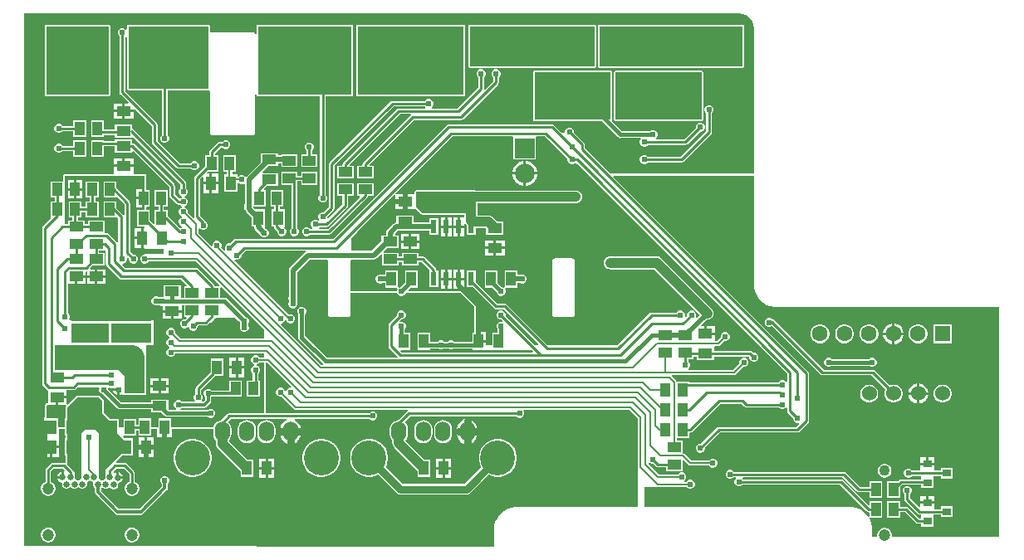
<source format=gbl>
%TF.GenerationSoftware,Altium Limited,CircuitMaker,2.0.2 (2.0.2.40)*%
G04 Layer_Physical_Order=2*
G04 Layer_Color=11436288*
%FSLAX25Y25*%
%MOIN*%
%TF.SameCoordinates,55457101-24DF-47E6-B24E-7804918367A6*%
%TF.FilePolarity,Positive*%
%TF.FileFunction,Copper,L2,Bot,Signal*%
%TF.Part,Single*%
G01*
G75*
%TA.AperFunction,SMDPad,CuDef*%
%ADD10R,0.04000X0.05800*%
%ADD11R,0.03937X0.05315*%
%ADD27R,0.05800X0.04000*%
%ADD31R,0.05315X0.03937*%
%TA.AperFunction,Conductor*%
%ADD54C,0.02000*%
%ADD57C,0.01000*%
%ADD59C,0.00800*%
%ADD60C,0.01500*%
%ADD61C,0.03000*%
%ADD62C,0.02500*%
%ADD63C,0.04000*%
%ADD65C,0.01800*%
%ADD67C,0.01200*%
%ADD69C,0.10000*%
%TA.AperFunction,ComponentPad*%
%ADD74R,0.07874X0.07874*%
%ADD75C,0.07874*%
%ADD76R,0.06299X0.06299*%
%ADD77C,0.06299*%
%ADD78C,0.06000*%
%ADD79C,0.02559*%
%ADD80C,0.04724*%
%TA.AperFunction,WasherPad*%
%ADD81C,0.04724*%
%ADD82C,0.04331*%
%TA.AperFunction,ComponentPad*%
%ADD83C,0.14000*%
%ADD84O,0.06000X0.08000*%
%TA.AperFunction,ViaPad*%
%ADD85C,0.02400*%
%ADD86C,0.01968*%
%ADD87C,0.02362*%
%ADD88C,0.05000*%
%TA.AperFunction,SMDPad,CuDef*%
%ADD89R,0.02362X0.05512*%
%ADD90R,0.03543X0.03150*%
G36*
X289354Y215097D02*
X290572Y214593D01*
X291668Y213860D01*
X292600Y212928D01*
X293333Y211832D01*
X293837Y210614D01*
X294094Y209321D01*
X294094Y208662D01*
X294094Y151000D01*
X236402D01*
X226121Y161280D01*
Y162500D01*
X226122Y162500D01*
X226036Y162929D01*
X225793Y163293D01*
X225793Y163293D01*
X221800Y167286D01*
Y167858D01*
X221526Y168520D01*
X221020Y169026D01*
X220358Y169300D01*
X219642D01*
X218980Y169026D01*
X218474Y168520D01*
X218200Y167858D01*
Y167323D01*
X216763D01*
X213793Y170293D01*
X213429Y170536D01*
X213000Y170622D01*
X213000Y170622D01*
X171500D01*
X171071Y170536D01*
X170707Y170293D01*
X170707Y170293D01*
X125035Y124622D01*
X85963D01*
X85533Y124536D01*
X85170Y124293D01*
X85170Y124293D01*
X83676Y122800D01*
X83105D01*
X82443Y122526D01*
X81937Y122020D01*
X81663Y121358D01*
Y120642D01*
X81773Y120376D01*
X81349Y120093D01*
X80154Y121288D01*
X80300Y121642D01*
Y122358D01*
X80026Y123020D01*
X79520Y123526D01*
X78858Y123800D01*
X78142D01*
X77480Y123526D01*
X76974Y123020D01*
X76700Y122358D01*
Y121949D01*
X76200Y121742D01*
X71020Y126922D01*
Y128781D01*
X71307Y128908D01*
X71520Y128935D01*
X71980Y128474D01*
X72642Y128200D01*
X73358D01*
X74020Y128474D01*
X74526Y128980D01*
X74800Y129642D01*
Y130358D01*
X74526Y131020D01*
X74020Y131526D01*
X73953Y131553D01*
X73793Y131793D01*
X73793Y131793D01*
X71622Y133965D01*
Y148579D01*
X72538Y149495D01*
X73000Y149304D01*
Y147500D01*
X75500D01*
Y150900D01*
X74596D01*
X74405Y151362D01*
X74785Y151742D01*
X79025D01*
Y158257D01*
X77578D01*
Y158992D01*
X79965Y161378D01*
X80576D01*
X80980Y160974D01*
X81642Y160700D01*
X82358D01*
X83020Y160974D01*
X83526Y161480D01*
X83800Y162142D01*
Y162858D01*
X83526Y163520D01*
X83020Y164026D01*
X82358Y164300D01*
X81642D01*
X80980Y164026D01*
X80576Y163622D01*
X79500D01*
X79500Y163622D01*
X79071Y163536D01*
X78707Y163293D01*
X78707Y163293D01*
X75664Y160250D01*
X75420Y159886D01*
X75335Y159457D01*
X75335Y159457D01*
Y158257D01*
X73888D01*
Y154018D01*
X69707Y149836D01*
X69464Y149472D01*
X69378Y149043D01*
X69378Y149043D01*
Y133500D01*
X69378Y133500D01*
X69435Y133214D01*
X68983Y132959D01*
X66800Y135142D01*
X66800Y135142D01*
Y135858D01*
X66526Y136520D01*
X66020Y137026D01*
X65508Y137238D01*
Y137762D01*
X66020Y137974D01*
X66526Y138480D01*
X66800Y139142D01*
Y139858D01*
X66526Y140520D01*
X66020Y141026D01*
X65508Y141238D01*
Y141762D01*
X66020Y141974D01*
X66526Y142480D01*
X66800Y143142D01*
Y143858D01*
X66526Y144520D01*
X66122Y144924D01*
Y147000D01*
X66036Y147429D01*
X65793Y147793D01*
X65793Y147793D01*
X44793Y168793D01*
X44500Y168989D01*
Y170600D01*
X37500D01*
Y168622D01*
X33112D01*
Y172257D01*
X27975D01*
Y165743D01*
X33112D01*
Y166378D01*
X37500D01*
Y165400D01*
X44500D01*
Y165400D01*
X44863Y165550D01*
X63878Y146535D01*
Y144924D01*
X63474Y144520D01*
X63200Y143858D01*
Y143142D01*
X63474Y142480D01*
X63980Y141974D01*
X64492Y141762D01*
Y141238D01*
X63980Y141026D01*
X63851Y140896D01*
X63190D01*
X61622Y142465D01*
Y146000D01*
X61622Y146000D01*
X61536Y146429D01*
X61293Y146793D01*
X61293Y146793D01*
X45293Y162793D01*
X44929Y163036D01*
X44500Y163122D01*
Y164600D01*
X37500D01*
Y164078D01*
X33112D01*
Y164258D01*
X27975D01*
Y157743D01*
X33112D01*
Y161835D01*
X37500D01*
Y159400D01*
X44500D01*
Y159761D01*
X44962Y159952D01*
X59378Y145535D01*
Y142000D01*
X59378Y142000D01*
X59464Y141571D01*
X59707Y141207D01*
X62207Y138707D01*
X62207Y138707D01*
X62571Y138464D01*
X63000Y138378D01*
X63576D01*
X63980Y137974D01*
X64492Y137762D01*
Y137238D01*
X63980Y137026D01*
X63474Y136520D01*
X63200Y135858D01*
Y135142D01*
X63474Y134480D01*
X63980Y133974D01*
X64492Y133762D01*
Y133238D01*
X63980Y133026D01*
X63474Y132520D01*
X63200Y131858D01*
Y131142D01*
X63474Y130480D01*
X63980Y129974D01*
X64492Y129762D01*
Y129238D01*
X63980Y129026D01*
X63770Y128816D01*
X58793Y133793D01*
X58612Y133914D01*
Y136258D01*
X57165D01*
Y137742D01*
X58612D01*
Y144257D01*
X53475D01*
Y137742D01*
X54922D01*
Y136258D01*
X53475D01*
Y130721D01*
X53013Y130530D01*
X51525Y132018D01*
Y136258D01*
X50149D01*
Y137343D01*
X50464Y137742D01*
X51525D01*
Y144257D01*
X50464D01*
X50149Y144658D01*
Y150000D01*
X49959Y150459D01*
X49500Y150649D01*
X45255D01*
X44900Y151000D01*
X44900Y151149D01*
Y153500D01*
X37100D01*
Y151149D01*
X37100Y151000D01*
X36745Y150649D01*
X17500D01*
X17041Y150459D01*
X16851Y150000D01*
Y147757D01*
X11888D01*
Y141243D01*
X13335D01*
Y139758D01*
X11888D01*
Y133242D01*
X11888Y133242D01*
X11888D01*
X11718Y132805D01*
X8707Y129793D01*
X8464Y129429D01*
X8378Y129000D01*
X8378Y129000D01*
Y66500D01*
X8378Y66500D01*
X8464Y66071D01*
X8707Y65707D01*
X10207Y64207D01*
X10514Y64002D01*
X10750Y63600D01*
X10750Y63457D01*
Y58901D01*
X10345Y58649D01*
X10119Y58554D01*
X9891Y58459D01*
X9890Y58457D01*
X9888Y58456D01*
X9538Y58101D01*
X9445Y57873D01*
X9351Y57645D01*
Y52900D01*
X9000D01*
Y51500D01*
X10500D01*
Y49500D01*
X12000D01*
Y48500D01*
X10500D01*
Y41500D01*
X12000D01*
X15000D01*
Y44600D01*
X15000Y44900D01*
X15000Y45400D01*
Y48351D01*
X17400D01*
Y45500D01*
X17851D01*
Y44500D01*
X17400D01*
Y37500D01*
X17851D01*
Y34856D01*
X17609Y34673D01*
X17351Y34552D01*
X17000Y34622D01*
X17000Y34622D01*
X12500D01*
X12071Y34536D01*
X11707Y34293D01*
X11707Y34293D01*
X9955Y32541D01*
X9712Y32177D01*
X9627Y31748D01*
X9627Y31748D01*
Y27097D01*
X9605Y27091D01*
X8929Y26701D01*
X8378Y26149D01*
X7988Y25474D01*
X7786Y24721D01*
Y23941D01*
X7988Y23187D01*
X8378Y22512D01*
X8929Y21960D01*
X9605Y21570D01*
X10358Y21369D01*
X11138D01*
X11891Y21570D01*
X12567Y21960D01*
X13118Y22512D01*
X13508Y23187D01*
X13710Y23941D01*
Y24721D01*
X13508Y25474D01*
X13118Y26149D01*
X12567Y26701D01*
X11891Y27091D01*
X11870Y27097D01*
Y31284D01*
X12965Y32378D01*
X16535D01*
X17409Y31505D01*
X17126Y31081D01*
X17036Y31119D01*
Y28858D01*
X16535D01*
Y28358D01*
X14275D01*
X14603Y27567D01*
X15244Y26926D01*
X16082Y26579D01*
X16162D01*
X16231Y26476D01*
Y25728D01*
X16517Y25038D01*
X17046Y24509D01*
X17736Y24223D01*
X18484D01*
X19175Y24509D01*
X19685Y25019D01*
X20195Y24509D01*
X20886Y24223D01*
X21634D01*
X22325Y24509D01*
X22835Y25019D01*
X23345Y24509D01*
X24036Y24223D01*
X24783D01*
X25474Y24509D01*
X26003Y25038D01*
X26289Y25728D01*
Y26476D01*
X26187Y26723D01*
X26358Y26979D01*
X27049Y27265D01*
X27559Y27775D01*
X28069Y27265D01*
X28760Y26979D01*
X28931Y26723D01*
X28829Y26476D01*
Y25728D01*
X29115Y25038D01*
X29485Y24668D01*
Y22791D01*
X29578Y22323D01*
X29844Y21926D01*
X37635Y14135D01*
X38032Y13870D01*
X38500Y13777D01*
X48000D01*
X48468Y13870D01*
X48865Y14135D01*
X58365Y23635D01*
X58630Y24032D01*
X58723Y24500D01*
Y26178D01*
X59026Y26480D01*
X59300Y27142D01*
Y27858D01*
X59026Y28520D01*
X58520Y29026D01*
X57858Y29300D01*
X57142D01*
X56480Y29026D01*
X55974Y28520D01*
X55700Y27858D01*
Y27142D01*
X55974Y26480D01*
X56277Y26178D01*
Y25007D01*
X47493Y16224D01*
X39007D01*
X31932Y23298D01*
Y24663D01*
X32289Y25014D01*
X32794Y24509D01*
X33485Y24223D01*
X34232D01*
X34923Y24509D01*
X35347Y24933D01*
X35415Y24920D01*
X35943Y24391D01*
X36634Y24105D01*
X37382D01*
X38073Y24391D01*
X38601Y24920D01*
X38888Y25610D01*
Y26358D01*
X38956Y26461D01*
X39036D01*
X39874Y26808D01*
X40515Y27449D01*
X40843Y28240D01*
X38583D01*
Y28740D01*
X38083D01*
Y31000D01*
X37291Y30673D01*
X37258Y30640D01*
X36730Y30818D01*
X36691Y31105D01*
X37965Y32378D01*
X41035D01*
X43249Y30165D01*
Y27097D01*
X43227Y27091D01*
X42551Y26701D01*
X42000Y26149D01*
X41610Y25474D01*
X41408Y24721D01*
Y23941D01*
X41610Y23187D01*
X42000Y22512D01*
X42551Y21960D01*
X43227Y21570D01*
X43980Y21369D01*
X44760D01*
X45513Y21570D01*
X46189Y21960D01*
X46740Y22512D01*
X47131Y23187D01*
X47332Y23941D01*
Y24721D01*
X47131Y25474D01*
X46740Y26149D01*
X46189Y26701D01*
X45513Y27091D01*
X45492Y27097D01*
Y30630D01*
X45492Y30630D01*
X45406Y31059D01*
X45163Y31423D01*
X45163Y31423D01*
X42293Y34293D01*
X41929Y34536D01*
X41500Y34622D01*
X41500Y34622D01*
X38193D01*
X38002Y35083D01*
X40418Y37500D01*
X44600D01*
Y44500D01*
X41418D01*
X40680Y45239D01*
X41009Y45616D01*
X46112D01*
Y47752D01*
X46900D01*
Y45500D01*
X52100D01*
Y48351D01*
X54500D01*
Y45100D01*
X57000D01*
Y49000D01*
X58000D01*
Y45100D01*
X60500D01*
Y48351D01*
X76901D01*
X77007Y48229D01*
Y46229D01*
X77131Y45289D01*
X77494Y44414D01*
X78016Y43733D01*
Y42362D01*
X78016Y42362D01*
X78105Y41683D01*
X78367Y41051D01*
X78784Y40508D01*
X87900Y31391D01*
Y29000D01*
X93100D01*
Y32329D01*
X93123Y32500D01*
X93100Y32671D01*
Y36000D01*
X90709D01*
X83261Y43448D01*
Y43733D01*
X83783Y44414D01*
X84145Y45289D01*
X84269Y46229D01*
Y48229D01*
X84145Y49169D01*
X83783Y50045D01*
X83206Y50797D01*
X83041Y50923D01*
X83008Y51422D01*
X83965Y52378D01*
X106296D01*
X106396Y51878D01*
X106021Y51723D01*
X105185Y51082D01*
X104544Y50246D01*
X104141Y49273D01*
X104004Y48229D01*
Y47729D01*
X112073D01*
Y48229D01*
X111935Y49273D01*
X111532Y50246D01*
X110891Y51082D01*
X110055Y51723D01*
X109680Y51878D01*
X109780Y52378D01*
X139576D01*
X139980Y51974D01*
X140642Y51700D01*
X141358D01*
X142020Y51974D01*
X142526Y52480D01*
X142800Y53142D01*
Y53858D01*
X142526Y54520D01*
X142020Y55026D01*
X141358Y55300D01*
X140642D01*
X139980Y55026D01*
X139576Y54622D01*
X98149D01*
Y74807D01*
X98649Y74909D01*
X108258Y65300D01*
X108051Y64800D01*
X107642D01*
X106980Y64526D01*
X106474Y64020D01*
X106262Y63508D01*
X105738D01*
X105526Y64020D01*
X105020Y64526D01*
X104358Y64800D01*
X103642D01*
X102980Y64526D01*
X102474Y64020D01*
X102200Y63358D01*
Y62642D01*
X102474Y61980D01*
X102980Y61474D01*
X103642Y61200D01*
X104358D01*
X104358Y61200D01*
X109279Y56279D01*
X109610Y56058D01*
X110000Y55980D01*
X154904D01*
X154948Y55863D01*
X154987Y55480D01*
X154707Y55293D01*
X151239Y51825D01*
X150565Y51736D01*
X149689Y51374D01*
X148937Y50797D01*
X148360Y50045D01*
X147997Y49169D01*
X147873Y48229D01*
Y46229D01*
X147997Y45289D01*
X148360Y44414D01*
X148882Y43733D01*
Y42496D01*
X148882Y42496D01*
X148971Y41817D01*
X149233Y41184D01*
X149650Y40641D01*
X158900Y31391D01*
Y29000D01*
X164100D01*
Y32329D01*
X164122Y32500D01*
X164100Y32671D01*
Y36000D01*
X161709D01*
X154127Y43582D01*
Y43733D01*
X154649Y44414D01*
X155012Y45289D01*
X155135Y46229D01*
Y48229D01*
X155012Y49169D01*
X154649Y50045D01*
X154072Y50797D01*
X153983Y50865D01*
X153950Y51364D01*
X155965Y53378D01*
X198576D01*
X198980Y52974D01*
X199642Y52700D01*
X200358D01*
X201020Y52974D01*
X201526Y53480D01*
X201800Y54142D01*
Y54858D01*
X201542Y55480D01*
X201718Y55980D01*
X230000D01*
Y56000D01*
X244078Y55980D01*
X247480Y52578D01*
Y33000D01*
X247500Y32901D01*
Y16929D01*
X198819Y16929D01*
X198819Y16929D01*
X197950Y16905D01*
X196239Y16605D01*
X194620Y15976D01*
X193155Y15043D01*
X191899Y13842D01*
X190903Y12420D01*
X190202Y10831D01*
X189826Y9135D01*
X189764Y8268D01*
Y1338D01*
X189410Y985D01*
X1181Y1181D01*
Y215354D01*
X287402Y215354D01*
X287402Y215354D01*
X287402Y215354D01*
X288061Y215354D01*
X289354Y215097D01*
D02*
G37*
G36*
X219200Y156714D02*
Y156142D01*
X219474Y155480D01*
X219980Y154974D01*
X220642Y154700D01*
X221358D01*
X222020Y154974D01*
X222424Y155378D01*
X222535D01*
X307379Y70535D01*
Y67374D01*
X306878Y67167D01*
X306520Y67526D01*
X305858Y67800D01*
X305142D01*
X304480Y67526D01*
X304076Y67122D01*
X268112D01*
Y67257D01*
X262975D01*
X262975Y67257D01*
X262942Y67390D01*
X262721Y67721D01*
X260962Y69480D01*
X261169Y69980D01*
X286000D01*
X286390Y70058D01*
X286721Y70279D01*
X289642Y73200D01*
X289642Y73200D01*
X290358D01*
X291020Y73474D01*
X291526Y73980D01*
X291800Y74642D01*
Y75358D01*
X291526Y76020D01*
X291020Y76526D01*
X290358Y76800D01*
X289642D01*
X288980Y76526D01*
X288474Y76020D01*
X288200Y75358D01*
Y74642D01*
X288200Y74642D01*
X285578Y72020D01*
X267719D01*
X267593Y72307D01*
X267565Y72520D01*
X268026Y72980D01*
X268300Y73642D01*
Y74358D01*
X268026Y75020D01*
X267621Y75424D01*
Y76388D01*
X269758D01*
Y77378D01*
X271000D01*
Y75900D01*
X278000D01*
Y77378D01*
X292035D01*
X292200Y77214D01*
Y76642D01*
X292474Y75980D01*
X292980Y75474D01*
X293642Y75200D01*
X294358D01*
X295020Y75474D01*
X295526Y75980D01*
X295800Y76642D01*
Y77358D01*
X295526Y78020D01*
X295020Y78526D01*
X294358Y78800D01*
X293786D01*
X293293Y79293D01*
X292929Y79536D01*
X292500Y79622D01*
X292500Y79622D01*
X278000D01*
Y81100D01*
X278289Y81480D01*
X279594D01*
X279985Y81558D01*
X280315Y81779D01*
X282142Y83605D01*
X282142Y83605D01*
X282858D01*
X283520Y83880D01*
X284026Y84386D01*
X284300Y85048D01*
Y85764D01*
X284026Y86425D01*
X283520Y86932D01*
X282858Y87205D01*
X282142D01*
X281480Y86932D01*
X280974Y86425D01*
X280700Y85764D01*
Y85048D01*
X280700Y85048D01*
X279172Y83520D01*
X278400D01*
Y86000D01*
X274500D01*
Y86500D01*
X274000D01*
Y89500D01*
X272960D01*
X272769Y89962D01*
X274971Y92164D01*
X275250Y92128D01*
X275929Y92217D01*
X276561Y92479D01*
X277104Y92896D01*
X277521Y93439D01*
X277783Y94071D01*
X277872Y94750D01*
X277783Y95429D01*
X277521Y96061D01*
X277104Y96604D01*
X276854Y96854D01*
X276854Y96854D01*
X274854Y98854D01*
X274854Y98854D01*
X256854Y116854D01*
X256311Y117271D01*
X255679Y117533D01*
X255000Y117622D01*
X255000Y117622D01*
X244000D01*
X244000Y117622D01*
X236375D01*
X235696Y117533D01*
X235064Y117271D01*
X234521Y116854D01*
X234104Y116311D01*
X233842Y115679D01*
X233753Y115000D01*
X233842Y114321D01*
X234104Y113689D01*
X234521Y113146D01*
X235064Y112729D01*
X235696Y112467D01*
X236375Y112378D01*
X244000D01*
X244000Y112378D01*
X244000Y112378D01*
X253914D01*
X271146Y95146D01*
X271146Y95146D01*
X272242Y94049D01*
X270992Y92799D01*
X270568Y93082D01*
X270800Y93642D01*
Y94358D01*
X270526Y95020D01*
X270020Y95526D01*
X269358Y95800D01*
X268642D01*
X267980Y95526D01*
X267474Y95020D01*
X267200Y94358D01*
Y93786D01*
X266689Y93275D01*
X266266Y93559D01*
X266300Y93642D01*
Y94358D01*
X266026Y95020D01*
X265520Y95526D01*
X264858Y95800D01*
X264142D01*
X263480Y95526D01*
X263076Y95122D01*
X253000D01*
X252571Y95036D01*
X252207Y94793D01*
X252207Y94793D01*
X239414Y82000D01*
X211086D01*
X194793Y98293D01*
X194429Y98536D01*
X194000Y98622D01*
X194000Y98622D01*
X190965D01*
X182281Y107305D01*
Y111856D01*
X181199D01*
X180929Y112036D01*
X180500Y112122D01*
X180071Y112036D01*
X179801Y111856D01*
X178719D01*
Y105144D01*
X181270D01*
X189707Y96707D01*
X189707Y96707D01*
X190071Y96464D01*
X190500Y96378D01*
X190500Y96378D01*
X193535D01*
X207452Y82462D01*
X207261Y82000D01*
X206086D01*
X194300Y93786D01*
Y94358D01*
X194026Y95020D01*
X193520Y95526D01*
X192858Y95800D01*
X192142D01*
X191480Y95526D01*
X190974Y95020D01*
X190700Y94358D01*
Y93642D01*
X190974Y92980D01*
X191480Y92474D01*
X192142Y92200D01*
X192714D01*
X193225Y91689D01*
X192941Y91265D01*
X192858Y91300D01*
X192142D01*
X191480Y91026D01*
X190974Y90520D01*
X190700Y89858D01*
Y89142D01*
X190974Y88480D01*
X191124Y88331D01*
Y87000D01*
X188900D01*
Y82000D01*
X186500D01*
Y83000D01*
X183500D01*
Y83500D01*
X183000D01*
Y87400D01*
X182518D01*
Y97195D01*
X182469Y97314D01*
Y97444D01*
X182377Y97664D01*
X182286Y97755D01*
X182237Y97875D01*
X179459Y100652D01*
X179459Y100652D01*
X176743Y103368D01*
X176624Y103417D01*
X176533Y103509D01*
X176312Y103600D01*
X176183D01*
X176064Y103649D01*
X155466D01*
X155274Y104111D01*
X156163Y105000D01*
X159100D01*
Y112000D01*
X153900D01*
Y107063D01*
X152134Y105297D01*
X151600Y105076D01*
X151231Y105240D01*
X151100Y105353D01*
Y112000D01*
X145900D01*
Y110131D01*
X144765D01*
X144358Y110300D01*
X143642D01*
X142980Y110026D01*
X142474Y109520D01*
X142200Y108858D01*
Y108142D01*
X142474Y107480D01*
X142980Y106974D01*
X143642Y106700D01*
X144358D01*
X144765Y106869D01*
X145900D01*
Y105000D01*
X150747D01*
X150974Y104520D01*
X150700Y103858D01*
Y103649D01*
X132013D01*
Y115827D01*
X132005Y115869D01*
X132389Y116369D01*
X141500D01*
X142124Y116493D01*
X142654Y116847D01*
X144281Y118473D01*
X144743Y118282D01*
Y113888D01*
X151258D01*
Y115335D01*
X152743D01*
Y113888D01*
X159257D01*
Y115335D01*
X160579D01*
X163588Y112326D01*
X163719Y111856D01*
X163719D01*
X163719Y111856D01*
Y105144D01*
X167281D01*
Y111856D01*
X167081D01*
X166622Y112000D01*
X166536Y112429D01*
X166293Y112793D01*
X166293Y112793D01*
X161836Y117250D01*
X161472Y117493D01*
X161043Y117578D01*
X161043Y117578D01*
X159257D01*
Y119025D01*
X152743D01*
Y117578D01*
X151258D01*
Y119025D01*
X145486D01*
X145294Y119487D01*
X146782Y120975D01*
X151258D01*
Y126112D01*
X150126D01*
X149919Y126612D01*
X151176Y127869D01*
X163719D01*
Y126144D01*
X167281D01*
Y132856D01*
X163719D01*
Y131131D01*
X157500D01*
Y134100D01*
X150500D01*
Y131131D01*
X149876Y131007D01*
X149346Y130654D01*
X146846Y128154D01*
X146493Y127624D01*
X146369Y127000D01*
Y126112D01*
X144743D01*
Y126112D01*
X144500Y126216D01*
Y124000D01*
X140500Y120000D01*
X132500D01*
Y125000D01*
X134882Y127382D01*
X134748Y127662D01*
X149610Y142524D01*
X150100Y142307D01*
X150100Y142080D01*
Y140000D01*
X153500D01*
Y142500D01*
X150554D01*
X150293Y142500D01*
X150076Y142990D01*
X172965Y165878D01*
X197104D01*
X197463Y165537D01*
X197463Y165378D01*
Y156463D01*
X206537D01*
Y165378D01*
X206537Y165537D01*
X206896Y165878D01*
X210035D01*
X219200Y156714D01*
D02*
G37*
G36*
X114183Y119378D02*
X113847Y119153D01*
X107846Y113154D01*
X107493Y112624D01*
X107369Y112000D01*
Y101765D01*
X107200Y101358D01*
Y100642D01*
X107369Y100235D01*
Y99265D01*
X107200Y98858D01*
Y98142D01*
X107474Y97480D01*
X107980Y96974D01*
X108642Y96700D01*
X109358D01*
X110020Y96974D01*
X110526Y97480D01*
X110800Y98142D01*
Y98858D01*
X110631Y99265D01*
Y100235D01*
X110800Y100642D01*
Y101358D01*
X110631Y101765D01*
Y111324D01*
X115676Y116369D01*
X122611D01*
X122995Y115869D01*
X122987Y115827D01*
Y94173D01*
X123064Y93786D01*
X123284Y93457D01*
X123612Y93237D01*
X124000Y93160D01*
X131000D01*
X131388Y93237D01*
X131716Y93457D01*
X131936Y93786D01*
X132013Y94173D01*
Y103000D01*
X150759D01*
X150974Y102480D01*
X151480Y101974D01*
X152142Y101700D01*
X152858D01*
X153520Y101974D01*
X154026Y102480D01*
X154241Y103000D01*
X175935D01*
X175935Y103000D01*
X176064D01*
X176284Y102909D01*
X177193Y102000D01*
X179000Y100193D01*
Y100193D01*
X179000D01*
X180389Y98804D01*
X181686Y97507D01*
X181686Y97507D01*
X181777Y97416D01*
X181869Y97195D01*
Y87000D01*
X180900D01*
Y83376D01*
X173669D01*
X173520Y83526D01*
X172858Y83800D01*
X172142D01*
X171480Y83526D01*
X171331Y83376D01*
X169669D01*
X169520Y83526D01*
X168858Y83800D01*
X168142D01*
X167480Y83526D01*
X167331Y83376D01*
X164100D01*
Y87000D01*
X158900D01*
Y80000D01*
X164100D01*
Y80624D01*
X167331D01*
X167480Y80474D01*
X168142Y80200D01*
X168858D01*
X169520Y80474D01*
X169669Y80624D01*
X171331D01*
X171480Y80474D01*
X172142Y80200D01*
X172858D01*
X173520Y80474D01*
X173669Y80624D01*
X180900D01*
Y80000D01*
X186100D01*
X186100Y80000D01*
X186500D01*
Y80000D01*
X186600Y80000D01*
X204914D01*
X205330Y79584D01*
X205139Y79122D01*
X152465D01*
X152048Y79538D01*
X152239Y80000D01*
X156100D01*
Y87000D01*
X153876D01*
Y88331D01*
X154026Y88480D01*
X154300Y89142D01*
Y89858D01*
X154026Y90520D01*
X153520Y91026D01*
X152858Y91300D01*
X152142D01*
X152059Y91265D01*
X151776Y91689D01*
X152286Y92200D01*
X152858D01*
X153520Y92474D01*
X154026Y92980D01*
X154300Y93642D01*
Y94358D01*
X154026Y95020D01*
X153520Y95526D01*
X152858Y95800D01*
X152142D01*
X151480Y95526D01*
X150974Y95020D01*
X150700Y94358D01*
Y93786D01*
X147707Y90793D01*
X147464Y90429D01*
X147378Y90000D01*
X147378Y90000D01*
Y81500D01*
X147378Y81500D01*
X147464Y81071D01*
X147707Y80707D01*
X151037Y77376D01*
X150830Y76876D01*
X122570D01*
X113876Y85570D01*
Y94331D01*
X114026Y94480D01*
X114300Y95142D01*
Y95858D01*
X114026Y96520D01*
X113520Y97026D01*
X112858Y97300D01*
X112142D01*
X111480Y97026D01*
X110974Y96520D01*
X110700Y95858D01*
Y95142D01*
X110974Y94480D01*
X111124Y94331D01*
Y85000D01*
X111228Y84473D01*
X111527Y84027D01*
X121027Y74527D01*
X121037Y74520D01*
X120901Y74071D01*
X120421Y74020D01*
X104204Y90238D01*
X104422Y90727D01*
X105020Y90974D01*
X105526Y91480D01*
X105738Y91992D01*
X106262D01*
X106474Y91480D01*
X106980Y90974D01*
X107642Y90700D01*
X108358D01*
X109020Y90974D01*
X109526Y91480D01*
X109800Y92142D01*
Y92858D01*
X109526Y93520D01*
X109020Y94026D01*
X108358Y94300D01*
X107642D01*
X107288Y94153D01*
X85529Y115913D01*
X85813Y116336D01*
X86142Y116200D01*
X86858D01*
X87520Y116474D01*
X88026Y116980D01*
X88300Y117642D01*
Y118214D01*
X89965Y119878D01*
X114031D01*
X114183Y119378D01*
D02*
G37*
G36*
X49500Y144658D02*
X49457D01*
Y141000D01*
Y137343D01*
X49500D01*
Y136258D01*
X46388D01*
Y129743D01*
X49500D01*
Y128900D01*
X49000D01*
Y125000D01*
Y121100D01*
X49500D01*
Y118300D01*
X49142D01*
X48480Y118026D01*
X47974Y117520D01*
X47700Y116858D01*
Y116142D01*
X47974Y115480D01*
X48480Y114974D01*
X49142Y114700D01*
X49858D01*
X50520Y114974D01*
X51026Y115480D01*
X51026Y115480D01*
X70078D01*
X79446Y106112D01*
X79239Y105612D01*
X77599D01*
X77536Y105929D01*
X77293Y106293D01*
X77293Y106293D01*
X70793Y112793D01*
X70429Y113036D01*
X70000Y113122D01*
X70000Y113122D01*
X41465D01*
X40386Y114200D01*
X40593Y114700D01*
X40858D01*
X41520Y114974D01*
X42026Y115480D01*
X42300Y116142D01*
Y116858D01*
X42265Y116941D01*
X42689Y117225D01*
X43200Y116714D01*
Y116142D01*
X43474Y115480D01*
X43980Y114974D01*
X44642Y114700D01*
X45358D01*
X46020Y114974D01*
X46526Y115480D01*
X46800Y116142D01*
Y116858D01*
X46526Y117520D01*
X46020Y118026D01*
X45358Y118300D01*
X44786D01*
X43622Y119465D01*
Y139000D01*
X43536Y139429D01*
X43293Y139793D01*
X43293Y139793D01*
X38112Y144974D01*
Y147757D01*
X32975D01*
Y141243D01*
X38112D01*
Y141243D01*
X38508Y141406D01*
X41378Y138535D01*
Y134317D01*
X40878Y134165D01*
X40793Y134293D01*
X38112Y136974D01*
Y139758D01*
X32975D01*
Y133242D01*
X38112D01*
Y133242D01*
X38508Y133406D01*
X38878Y133035D01*
Y123317D01*
X38378Y123165D01*
X38293Y123293D01*
X38293Y123293D01*
X34793Y126793D01*
X34429Y127036D01*
X34000Y127122D01*
X34000Y127122D01*
X33257D01*
Y132112D01*
X26743D01*
Y130665D01*
X25258D01*
Y132112D01*
X22665D01*
Y133242D01*
X24112D01*
Y135378D01*
X25888D01*
Y133242D01*
X31025D01*
Y139758D01*
X29578D01*
Y141243D01*
X31025D01*
Y147757D01*
X25888D01*
Y141243D01*
X27335D01*
Y139758D01*
X25888D01*
Y137622D01*
X24112D01*
Y139758D01*
X18975D01*
Y133242D01*
X20422D01*
Y132112D01*
X18743D01*
Y130665D01*
X17500D01*
Y150000D01*
X49500D01*
Y144658D01*
D02*
G37*
G36*
X33878Y120219D02*
Y114500D01*
X33878Y114500D01*
X33964Y114071D01*
X34207Y113707D01*
X39250Y108664D01*
X39250Y108664D01*
X39614Y108421D01*
X40043Y108335D01*
X64079D01*
X66340Y106074D01*
X66149Y105612D01*
X65242D01*
Y101029D01*
X64000D01*
Y106100D01*
X57000D01*
Y101395D01*
X56858Y101300D01*
X56142D01*
X55735Y101131D01*
X55093D01*
X55026Y101199D01*
X54364Y101473D01*
X53648D01*
X52986Y101199D01*
X52480Y100693D01*
X52206Y100031D01*
Y99315D01*
X52480Y98654D01*
X52986Y98147D01*
X53648Y97873D01*
X53983D01*
X54006Y97869D01*
X55735D01*
X56142Y97700D01*
X56600D01*
Y96000D01*
X64400D01*
Y97971D01*
X65242D01*
Y93388D01*
X66149D01*
X66340Y92926D01*
X65714Y92300D01*
X65142D01*
X64480Y92026D01*
X63974Y91520D01*
X63700Y90858D01*
Y90142D01*
X63974Y89480D01*
X64480Y88974D01*
X65142Y88700D01*
X65858D01*
X66520Y88974D01*
X66700Y89154D01*
X66854Y89151D01*
X67257Y89004D01*
X67474Y88480D01*
X67980Y87974D01*
X68642Y87700D01*
X69358D01*
X70020Y87974D01*
X70526Y88480D01*
X70800Y89142D01*
Y89714D01*
X70965Y89878D01*
X74000D01*
X74000Y89878D01*
X74429Y89964D01*
X74793Y90207D01*
X75838Y91252D01*
X76176Y91090D01*
X78000Y92914D01*
X85586D01*
X86962Y91538D01*
X87200Y91637D01*
X87703Y91134D01*
X87869Y90735D01*
Y89765D01*
X87700Y89358D01*
Y88642D01*
X87974Y87980D01*
X88480Y87474D01*
X89142Y87200D01*
X89858D01*
X90520Y87474D01*
X91026Y87980D01*
X91300Y88642D01*
Y89358D01*
X91131Y89765D01*
Y90735D01*
X91300Y91142D01*
Y91858D01*
X91026Y92520D01*
X90520Y93026D01*
X89866Y93297D01*
X82581Y100581D01*
X82085Y100913D01*
X81500Y101029D01*
X79757D01*
Y105094D01*
X80257Y105301D01*
X97500Y88058D01*
Y84520D01*
X63922D01*
X61800Y86642D01*
X61800Y86642D01*
Y87358D01*
X61526Y88020D01*
X61020Y88526D01*
X60358Y88800D01*
X59642D01*
X58980Y88526D01*
X58474Y88020D01*
X58200Y87358D01*
Y86642D01*
X58474Y85980D01*
X58980Y85474D01*
X59492Y85262D01*
Y84738D01*
X58980Y84526D01*
X58474Y84020D01*
X58200Y83358D01*
Y82642D01*
X58474Y81980D01*
X58980Y81474D01*
X59492Y81262D01*
Y80738D01*
X58980Y80526D01*
X58474Y80020D01*
X58200Y79358D01*
Y78642D01*
X58474Y77980D01*
X58980Y77474D01*
X59642Y77200D01*
X60358D01*
X61020Y77474D01*
X61526Y77980D01*
X61733Y78480D01*
X65000D01*
Y78500D01*
X74500D01*
Y78480D01*
X97500D01*
Y77020D01*
X95526D01*
X95526Y77020D01*
X95020Y77526D01*
X94358Y77800D01*
X93642D01*
X92980Y77526D01*
X92474Y77020D01*
X92200Y76358D01*
Y75642D01*
X92474Y74980D01*
X92980Y74474D01*
X93492Y74262D01*
Y73738D01*
X92980Y73526D01*
X92474Y73020D01*
X92200Y72358D01*
Y71642D01*
X92474Y70980D01*
X92878Y70576D01*
Y67757D01*
X90475D01*
Y61243D01*
X95612D01*
Y67757D01*
X95122D01*
Y70576D01*
X95526Y70980D01*
X95800Y71642D01*
Y72358D01*
X95526Y73020D01*
X95020Y73526D01*
X94508Y73738D01*
Y74262D01*
X95020Y74474D01*
X95526Y74980D01*
X95526Y74980D01*
X97500D01*
Y54622D01*
X83500D01*
X83500Y54622D01*
X83071Y54536D01*
X82707Y54293D01*
X80219Y51805D01*
X79698Y51736D01*
X78823Y51374D01*
X78071Y50797D01*
X77494Y50045D01*
X77131Y49169D01*
X77109Y49000D01*
X60100D01*
Y52500D01*
X54900D01*
Y49000D01*
X52100D01*
Y52500D01*
X46900D01*
Y49996D01*
X46112D01*
Y52131D01*
X40975D01*
Y49000D01*
X39025D01*
Y52131D01*
X35787D01*
X33149Y54769D01*
Y59500D01*
X32959Y59959D01*
X31459Y61459D01*
X31000Y61649D01*
X22500D01*
X22041Y61459D01*
X18650Y58068D01*
X18150Y58276D01*
Y60500D01*
X14750D01*
Y58000D01*
X17875D01*
X18082Y57500D01*
X18041Y57459D01*
X17851Y57000D01*
Y52500D01*
X17400D01*
Y49000D01*
X14600D01*
Y52500D01*
X10000D01*
Y57645D01*
X10350Y58000D01*
X13750D01*
Y61000D01*
X14250D01*
Y61500D01*
X18150D01*
Y63878D01*
X21000D01*
X21000Y63878D01*
X21429Y63964D01*
X21793Y64207D01*
X22586Y65000D01*
X31016D01*
X31294Y64584D01*
X31200Y64358D01*
Y63642D01*
X31474Y62980D01*
X31980Y62474D01*
X32642Y62200D01*
X32853D01*
X38527Y56527D01*
X38973Y56228D01*
X39500Y56124D01*
X39500Y56124D01*
X52000D01*
Y54900D01*
X56153D01*
X57527Y53527D01*
X57973Y53228D01*
X58500Y53124D01*
X74831D01*
X74980Y52974D01*
X75642Y52700D01*
X76358D01*
X77020Y52974D01*
X77526Y53480D01*
X77800Y54142D01*
Y54858D01*
X77526Y55520D01*
X77020Y56026D01*
X76358Y56300D01*
X75642D01*
X74980Y56026D01*
X74831Y55876D01*
X63884D01*
X63784Y56376D01*
X64020Y56474D01*
X64322Y56776D01*
X73500D01*
X73968Y56870D01*
X74365Y57135D01*
X75865Y58635D01*
X76130Y59032D01*
X76223Y59500D01*
Y61178D01*
X76322Y61277D01*
X83388D01*
Y61243D01*
X88525D01*
Y67757D01*
X83388D01*
Y63723D01*
X76322D01*
X76020Y64026D01*
X75358Y64300D01*
X74642D01*
X73980Y64026D01*
X73474Y63520D01*
X73200Y62858D01*
Y62142D01*
X73474Y61480D01*
X73777Y61178D01*
Y60007D01*
X72993Y59224D01*
X72476D01*
X72269Y59724D01*
X72526Y59980D01*
X72800Y60642D01*
Y61358D01*
X72526Y62020D01*
X72122Y62424D01*
Y64035D01*
X77586Y69500D01*
X81100D01*
Y76500D01*
X75900D01*
Y70986D01*
X70207Y65293D01*
X69964Y64929D01*
X69878Y64500D01*
X69878Y64500D01*
Y62424D01*
X69474Y62020D01*
X69200Y61358D01*
Y60642D01*
X69474Y59980D01*
X69731Y59724D01*
X69524Y59224D01*
X64322D01*
X64020Y59526D01*
X63358Y59800D01*
X62642D01*
X61980Y59526D01*
X61474Y59020D01*
X61200Y58358D01*
Y57642D01*
X61474Y56980D01*
X61980Y56474D01*
X62216Y56376D01*
X62116Y55876D01*
X59070D01*
X59000Y55947D01*
Y60100D01*
X52000D01*
Y58876D01*
X40070D01*
X34800Y64147D01*
Y64358D01*
X34705Y64588D01*
X34735Y64630D01*
X35108Y64921D01*
X35642Y64700D01*
X36358D01*
X36369Y64705D01*
X36552Y64591D01*
X36643Y64500D01*
X39000D01*
Y64000D01*
X39500D01*
Y61826D01*
X40246Y62135D01*
X40284Y62172D01*
X40873Y62055D01*
X40879Y62041D01*
X41339Y61851D01*
X49500D01*
X49959Y62041D01*
X50149Y62500D01*
Y77000D01*
X50148Y77004D01*
X50000Y78127D01*
Y82000D01*
X53000D01*
Y92000D01*
X52000D01*
Y91732D01*
X20079D01*
Y92000D01*
X19303D01*
X19077Y92500D01*
X19300Y93038D01*
Y93754D01*
X19026Y94415D01*
X18621Y94820D01*
Y106488D01*
X21500D01*
Y109457D01*
X22000D01*
Y109957D01*
X25657D01*
Y111404D01*
X26092Y111697D01*
X26342Y111514D01*
Y109957D01*
X29500D01*
Y112425D01*
X27665D01*
X27473Y112887D01*
X28561Y113975D01*
X33257D01*
Y119112D01*
X31122D01*
Y119888D01*
X33257D01*
Y120039D01*
X33757Y120302D01*
X33878Y120219D01*
D02*
G37*
G36*
X52000Y83000D02*
X36000D01*
Y90500D01*
X52000D01*
Y83000D01*
D02*
G37*
G36*
X35000D02*
X20079D01*
Y90500D01*
X35000D01*
Y83000D01*
D02*
G37*
G36*
X21750Y72000D02*
X13500D01*
Y82000D01*
X21750D01*
Y72000D01*
D02*
G37*
G36*
X49500Y62500D02*
X41339D01*
Y69661D01*
X39000Y72000D01*
Y77000D01*
X49500D01*
Y62500D01*
D02*
G37*
G36*
X294094Y114173D02*
Y109792D01*
X294000Y109773D01*
Y104562D01*
X294200D01*
X294582Y103014D01*
X295303Y101475D01*
X296310Y100106D01*
X297566Y98960D01*
X299020Y98081D01*
X300618Y97503D01*
X302299Y97247D01*
X303150Y97244D01*
X392520Y97244D01*
Y5118D01*
X349422D01*
X349419Y5122D01*
Y5902D01*
X349217Y6655D01*
X348827Y7331D01*
X348275Y7882D01*
X347600Y8272D01*
X346847Y8474D01*
X346067D01*
X345313Y8272D01*
X344638Y7882D01*
X344086Y7331D01*
X343696Y6655D01*
X343495Y5902D01*
Y5122D01*
X343492Y5118D01*
X341339D01*
X341338Y8268D01*
X341339D01*
X341338Y8268D01*
X341290Y9113D01*
X340949Y10771D01*
X340375Y12141D01*
X340511Y12604D01*
Y12604D01*
X340511Y12604D01*
Y12604D01*
X340621Y12743D01*
X340745Y12743D01*
X345525D01*
Y19257D01*
X340388D01*
Y17851D01*
X339926Y17660D01*
X329793Y27793D01*
X329429Y28036D01*
X329000Y28122D01*
X329000Y28122D01*
X289563D01*
X289359Y28385D01*
X289581Y28878D01*
X329535D01*
X335207Y23207D01*
X335207Y23207D01*
X335571Y22964D01*
X336000Y22878D01*
X336000Y22878D01*
X340388D01*
Y20742D01*
X345525D01*
Y27257D01*
X340388D01*
Y25122D01*
X336465D01*
X330793Y30793D01*
X330429Y31036D01*
X330000Y31122D01*
X330000Y31122D01*
X285924D01*
X285520Y31526D01*
X284858Y31800D01*
X284142D01*
X283480Y31526D01*
X282974Y31020D01*
X282700Y30358D01*
Y29642D01*
X282974Y28980D01*
X283480Y28474D01*
X284142Y28200D01*
X284858D01*
X285520Y28474D01*
X285924Y28878D01*
X286626D01*
X286833Y28378D01*
X286474Y28020D01*
X286200Y27358D01*
Y26642D01*
X286474Y25980D01*
X286980Y25474D01*
X287642Y25200D01*
X288358D01*
X289020Y25474D01*
X289424Y25878D01*
X328535D01*
X339207Y15207D01*
X339571Y14964D01*
X340000Y14878D01*
X340388Y14582D01*
X340388Y13146D01*
Y13142D01*
Y13142D01*
X340388Y13089D01*
X340216Y13037D01*
X340216D01*
X340216Y13037D01*
Y13037D01*
X339741Y13155D01*
X339351Y13737D01*
X338155Y14933D01*
X336750Y15876D01*
X335189Y16531D01*
X333532Y16872D01*
X332686Y16920D01*
X250000Y16920D01*
Y17500D01*
Y18980D01*
Y25000D01*
X265000D01*
Y24980D01*
X266974D01*
X266974Y24980D01*
X267480Y24474D01*
X268142Y24200D01*
X268858D01*
X269520Y24474D01*
X270026Y24980D01*
X270300Y25642D01*
Y26358D01*
X270026Y27020D01*
X269520Y27526D01*
X268858Y27800D01*
X268142D01*
X267480Y27526D01*
X266974Y27020D01*
X266974Y27020D01*
X266218D01*
X266092Y27308D01*
X266065Y27520D01*
X266526Y27980D01*
X266800Y28642D01*
Y29358D01*
X266526Y30020D01*
X266020Y30526D01*
X265358Y30800D01*
X264642D01*
X263980Y30526D01*
X263474Y30020D01*
X263474Y30020D01*
X255922D01*
X251620Y34321D01*
X251655Y34608D01*
X252179Y34775D01*
X252480Y34474D01*
X253142Y34200D01*
X253714D01*
X254750Y33164D01*
X254750Y33164D01*
X255114Y32921D01*
X255543Y32835D01*
X258742D01*
Y31388D01*
X265258D01*
Y35647D01*
X265719Y35839D01*
X267779Y33779D01*
X268110Y33558D01*
X268500Y33480D01*
X275974D01*
X275974Y33480D01*
X276480Y32974D01*
X277142Y32700D01*
X277858D01*
X278520Y32974D01*
X279026Y33480D01*
X279300Y34142D01*
Y34858D01*
X279026Y35520D01*
X278520Y36026D01*
X277858Y36300D01*
X277142D01*
X276480Y36026D01*
X275974Y35520D01*
X275974Y35520D01*
X268922D01*
X266221Y38221D01*
X265890Y38442D01*
X265500Y38520D01*
X265258D01*
Y43612D01*
X263020D01*
Y44743D01*
X268112D01*
Y46582D01*
X268500Y46878D01*
X268929Y46964D01*
X269293Y47207D01*
X280465Y58378D01*
X289035D01*
X290207Y57207D01*
X290571Y56964D01*
X291000Y56878D01*
X291000Y56878D01*
X304076D01*
X304480Y56474D01*
X305142Y56200D01*
X305858D01*
X306520Y56474D01*
X306878Y56833D01*
X307379Y56626D01*
Y55500D01*
X307378Y55500D01*
X307464Y55071D01*
X307707Y54707D01*
X309700Y52714D01*
Y52142D01*
X309974Y51480D01*
X310480Y50974D01*
X311142Y50700D01*
X311858D01*
X311941Y50735D01*
X312225Y50311D01*
X311035Y49122D01*
X280000D01*
X279571Y49036D01*
X279207Y48793D01*
X279207Y48793D01*
X272714Y42300D01*
X272142D01*
X271480Y42026D01*
X270974Y41520D01*
X270700Y40858D01*
Y40142D01*
X270974Y39480D01*
X271480Y38974D01*
X272142Y38700D01*
X272858D01*
X273520Y38974D01*
X274026Y39480D01*
X274300Y40142D01*
Y40714D01*
X280465Y46878D01*
X311500D01*
X311500Y46878D01*
X311929Y46964D01*
X312293Y47207D01*
X315793Y50707D01*
X315793Y50707D01*
X316036Y51071D01*
X316122Y51500D01*
X316122Y51500D01*
Y70500D01*
X316122Y70500D01*
X316036Y70929D01*
X315793Y71293D01*
X237548Y149538D01*
X237739Y150000D01*
X294094D01*
Y114173D01*
D02*
G37*
G36*
X32500Y59500D02*
Y54500D01*
X36500Y50500D01*
Y47000D01*
X38000D01*
X41500Y43500D01*
Y39500D01*
X33000Y31000D01*
X31000D01*
X31000Y46500D01*
X29500Y48000D01*
X25500D01*
X24000Y46500D01*
X24000Y31000D01*
X21500D01*
X18500Y34000D01*
Y57000D01*
X22500Y61000D01*
X31000D01*
X32500Y59500D01*
D02*
G37*
%LPC*%
G36*
X132500Y210649D02*
X95000D01*
X94541Y210459D01*
X94351Y210000D01*
Y206815D01*
X93851Y206766D01*
X93801Y207017D01*
X93613Y207298D01*
X93332Y207486D01*
X93000Y207552D01*
X76500D01*
X76168Y207486D01*
X76149Y207473D01*
X75649Y207740D01*
Y210000D01*
X75459Y210459D01*
X75000Y210649D01*
X42913D01*
X42454Y210459D01*
X42264Y210000D01*
Y208989D01*
X41764Y208782D01*
X41520Y209026D01*
X40858Y209300D01*
X40142D01*
X39480Y209026D01*
X38974Y208520D01*
X38700Y207858D01*
Y207142D01*
X38974Y206480D01*
X39378Y206076D01*
Y183500D01*
X39378Y183500D01*
X39464Y183071D01*
X39707Y182707D01*
X42952Y179462D01*
X42761Y179000D01*
X41500D01*
Y176500D01*
X44900D01*
Y176861D01*
X45362Y177052D01*
X52378Y170035D01*
Y163500D01*
X52378Y163500D01*
X52464Y163071D01*
X52707Y162707D01*
X62207Y153207D01*
X62207Y153207D01*
X62571Y152964D01*
X63000Y152878D01*
X63000Y152878D01*
X68076D01*
X68480Y152474D01*
X69142Y152200D01*
X69858D01*
X70520Y152474D01*
X71026Y152980D01*
X71300Y153642D01*
Y154358D01*
X71026Y155020D01*
X70520Y155526D01*
X69858Y155800D01*
X69142D01*
X68480Y155526D01*
X68076Y155122D01*
X63465D01*
X54622Y163965D01*
Y170500D01*
X54622Y170500D01*
X54536Y170929D01*
X54293Y171293D01*
X54293Y171293D01*
X41622Y183965D01*
Y205736D01*
X41764Y205831D01*
X42264Y205564D01*
Y185000D01*
X42454Y184541D01*
X42913Y184351D01*
X56378D01*
Y166424D01*
X55974Y166020D01*
X55700Y165358D01*
Y164642D01*
X55974Y163980D01*
X56480Y163474D01*
X57142Y163200D01*
X57858D01*
X58520Y163474D01*
X59026Y163980D01*
X59300Y164642D01*
Y165358D01*
X59026Y166020D01*
X58622Y166424D01*
Y184351D01*
X75000D01*
X75133Y184406D01*
X75633Y184072D01*
Y167315D01*
X75699Y166983D01*
X75887Y166702D01*
X76168Y166514D01*
X76500Y166448D01*
X93000D01*
X93332Y166514D01*
X93613Y166702D01*
X93801Y166983D01*
X93867Y167315D01*
Y182461D01*
X94351Y182500D01*
X94541Y182041D01*
X95000Y181851D01*
X119878D01*
Y142424D01*
X119474Y142020D01*
X119200Y141358D01*
Y140642D01*
X119474Y139980D01*
X119980Y139474D01*
X120642Y139200D01*
X121358D01*
X122020Y139474D01*
X122526Y139980D01*
X122800Y140642D01*
Y141358D01*
X122526Y142020D01*
X122122Y142424D01*
Y181851D01*
X132500D01*
X132959Y182041D01*
X133149Y182500D01*
Y210000D01*
X132959Y210459D01*
X132500Y210649D01*
D02*
G37*
G36*
X289500D02*
X232000D01*
X231541Y210459D01*
X231351Y210000D01*
Y194000D01*
X231541Y193541D01*
X232000Y193351D01*
X289500D01*
X289959Y193541D01*
X290149Y194000D01*
Y210000D01*
X289959Y210459D01*
X289500Y210649D01*
D02*
G37*
G36*
X230000D02*
X180000D01*
X179541Y210459D01*
X179351Y210000D01*
Y194000D01*
X179541Y193541D01*
X180000Y193351D01*
X230000D01*
X230459Y193541D01*
X230649Y194000D01*
Y210000D01*
X230459Y210459D01*
X230000Y210649D01*
D02*
G37*
G36*
X190858Y192800D02*
X190142D01*
X189480Y192526D01*
X188974Y192020D01*
X188700Y191358D01*
Y190642D01*
X188974Y189980D01*
X189378Y189576D01*
Y187965D01*
X186061Y184647D01*
X185600Y184894D01*
X185622Y185000D01*
Y189576D01*
X186026Y189980D01*
X186300Y190642D01*
Y191358D01*
X186026Y192020D01*
X185520Y192526D01*
X184858Y192800D01*
X184142D01*
X183480Y192526D01*
X182974Y192020D01*
X182700Y191358D01*
Y190642D01*
X182974Y189980D01*
X183378Y189576D01*
Y185465D01*
X175035Y177122D01*
X164874D01*
X164667Y177622D01*
X165026Y177980D01*
X165300Y178642D01*
Y179358D01*
X165026Y180020D01*
X164520Y180526D01*
X163858Y180800D01*
X163142D01*
X162480Y180526D01*
X162076Y180122D01*
X149000D01*
X148571Y180036D01*
X148207Y179793D01*
X148207Y179793D01*
X123707Y155293D01*
X123464Y154929D01*
X123378Y154500D01*
X123378Y154500D01*
Y137465D01*
X121214Y135300D01*
X120642D01*
X119980Y135026D01*
X119474Y134520D01*
X119200Y133858D01*
Y133142D01*
X119474Y132480D01*
X119517Y132438D01*
X119352Y131895D01*
X119184Y131862D01*
X119020Y132026D01*
X118358Y132300D01*
X117642D01*
X116980Y132026D01*
X116474Y131520D01*
X116200Y130858D01*
Y130142D01*
X116474Y129480D01*
X116833Y129122D01*
X116626Y128622D01*
X115924D01*
X115520Y129026D01*
X114858Y129300D01*
X114142D01*
X113480Y129026D01*
X112974Y128520D01*
X112700Y127858D01*
Y127142D01*
X112974Y126480D01*
X113480Y125974D01*
X114142Y125700D01*
X114858D01*
X115520Y125974D01*
X115924Y126378D01*
X123500D01*
X123500Y126378D01*
X123929Y126464D01*
X124293Y126707D01*
X138793Y141207D01*
X138793Y141207D01*
X139036Y141571D01*
X139099Y141888D01*
X141258D01*
Y147025D01*
X134742D01*
Y141888D01*
X135649D01*
X135840Y141426D01*
X123035Y128622D01*
X119581D01*
X119359Y129115D01*
X119563Y129378D01*
X122500D01*
X122500Y129378D01*
X122929Y129464D01*
X123293Y129707D01*
X130793Y137207D01*
X130793Y137207D01*
X131036Y137571D01*
X131122Y138000D01*
Y141888D01*
X133257D01*
Y147025D01*
X126742D01*
Y141888D01*
X128878D01*
Y138465D01*
X123189Y132775D01*
X122766Y133059D01*
X122800Y133142D01*
Y133714D01*
X125293Y136207D01*
X125293Y136207D01*
X125536Y136571D01*
X125622Y137000D01*
X125622Y137000D01*
Y154035D01*
X149465Y177878D01*
X161936D01*
X162141Y177615D01*
X161919Y177122D01*
X151500D01*
X151500Y177122D01*
X151071Y177036D01*
X150707Y176793D01*
X150707Y176793D01*
X129207Y155293D01*
X128964Y154929D01*
X128878Y154500D01*
X128582Y154112D01*
X126742D01*
Y148975D01*
X133257D01*
Y154112D01*
X131851D01*
X131660Y154574D01*
X151965Y174878D01*
X156183D01*
X156335Y174378D01*
X156207Y174293D01*
X156207Y174293D01*
X137207Y155293D01*
X136964Y154929D01*
X136878Y154500D01*
X136582Y154112D01*
X134742D01*
Y148975D01*
X141258D01*
Y154112D01*
X139851D01*
X139660Y154574D01*
X157465Y172378D01*
X176500D01*
X176500Y172378D01*
X176929Y172464D01*
X177293Y172707D01*
X191293Y186707D01*
X191536Y187071D01*
X191622Y187500D01*
X191622Y187500D01*
Y189576D01*
X192026Y189980D01*
X192300Y190642D01*
Y191358D01*
X192026Y192020D01*
X191520Y192526D01*
X190858Y192800D01*
D02*
G37*
G36*
X177500Y210649D02*
X135000D01*
X134541Y210459D01*
X134351Y210000D01*
Y182500D01*
X134541Y182041D01*
X135000Y181851D01*
X177500D01*
X177959Y182041D01*
X178149Y182500D01*
Y210000D01*
X177959Y210459D01*
X177500Y210649D01*
D02*
G37*
G36*
X35000D02*
X10000D01*
X9541Y210459D01*
X9351Y210000D01*
Y182500D01*
X9541Y182041D01*
X10000Y181851D01*
X35000D01*
X35459Y182041D01*
X35649Y182500D01*
Y210000D01*
X35459Y210459D01*
X35000Y210649D01*
D02*
G37*
G36*
X40500Y179000D02*
X37100D01*
Y176500D01*
X40500D01*
Y179000D01*
D02*
G37*
G36*
X44900Y175500D02*
X41500D01*
Y173000D01*
X44900D01*
Y175500D01*
D02*
G37*
G36*
X40500D02*
X37100D01*
Y173000D01*
X40500D01*
Y175500D01*
D02*
G37*
G36*
X238500Y192149D02*
X238041Y191959D01*
X237851Y191500D01*
Y172500D01*
X238041Y172041D01*
X238500Y171851D01*
X247000D01*
X273000Y171851D01*
X273459Y172041D01*
X273649Y172500D01*
Y191500D01*
X273459Y191959D01*
X273000Y192149D01*
X238500Y192149D01*
D02*
G37*
G36*
X26025Y172257D02*
X20888D01*
Y170122D01*
X16366D01*
X15962Y170526D01*
X15300Y170800D01*
X14584D01*
X13922Y170526D01*
X13416Y170020D01*
X13142Y169358D01*
Y168642D01*
X13416Y167980D01*
X13922Y167474D01*
X14584Y167200D01*
X15300D01*
X15962Y167474D01*
X16366Y167878D01*
X20888D01*
Y165743D01*
X26025D01*
Y172257D01*
D02*
G37*
G36*
X236500Y192149D02*
X206000Y192149D01*
X205541Y191959D01*
X205351Y191500D01*
Y172500D01*
X205541Y172041D01*
X206000Y171851D01*
X233203Y171851D01*
X239527Y165527D01*
X239973Y165228D01*
X240500Y165123D01*
X240500Y165124D01*
X248371D01*
X248578Y164624D01*
X248474Y164520D01*
X248200Y163858D01*
Y163142D01*
X248474Y162480D01*
X248980Y161974D01*
X249642Y161700D01*
X250358D01*
X251020Y161974D01*
X251424Y162378D01*
X266500D01*
X266500Y162378D01*
X266929Y162464D01*
X267293Y162707D01*
X272286Y167700D01*
X272858D01*
X273520Y167974D01*
X274026Y168480D01*
X274300Y169142D01*
Y169858D01*
X274026Y170520D01*
X273520Y171026D01*
X272858Y171300D01*
X272142D01*
X271480Y171026D01*
X270974Y170520D01*
X270700Y169858D01*
Y169286D01*
X266035Y164622D01*
X254874D01*
X254667Y165122D01*
X255026Y165480D01*
X255300Y166142D01*
Y166858D01*
X255026Y167520D01*
X254520Y168026D01*
X253858Y168300D01*
X253142D01*
X252480Y168026D01*
X252331Y167876D01*
X241070D01*
X236950Y171996D01*
X236959Y172041D01*
X237149Y172500D01*
Y191500D01*
X236959Y191959D01*
X236500Y192149D01*
D02*
G37*
G36*
X26025Y164258D02*
X20888D01*
Y162122D01*
X16366D01*
X15962Y162526D01*
X15300Y162800D01*
X14584D01*
X13922Y162526D01*
X13416Y162020D01*
X13142Y161358D01*
Y160642D01*
X13416Y159980D01*
X13922Y159474D01*
X14584Y159200D01*
X15300D01*
X15962Y159474D01*
X16366Y159878D01*
X20888D01*
Y157743D01*
X26025D01*
Y164258D01*
D02*
G37*
G36*
X276358Y178300D02*
X275642D01*
X274980Y178026D01*
X274474Y177520D01*
X274200Y176858D01*
Y176142D01*
X274474Y175480D01*
X274879Y175076D01*
Y167965D01*
X264535Y157622D01*
X251424D01*
X251020Y158026D01*
X250358Y158300D01*
X249642D01*
X248980Y158026D01*
X248474Y157520D01*
X248200Y156858D01*
Y156142D01*
X248474Y155480D01*
X248980Y154974D01*
X249642Y154700D01*
X250358D01*
X251020Y154974D01*
X251424Y155378D01*
X265000D01*
X265000Y155378D01*
X265429Y155464D01*
X265793Y155707D01*
X276793Y166707D01*
X277036Y167071D01*
X277122Y167500D01*
X277121Y167500D01*
Y175076D01*
X277526Y175480D01*
X277800Y176142D01*
Y176858D01*
X277526Y177520D01*
X277020Y178026D01*
X276358Y178300D01*
D02*
G37*
G36*
X44900Y157000D02*
X41500D01*
Y154500D01*
X44900D01*
Y157000D01*
D02*
G37*
G36*
X40500D02*
X37100D01*
Y154500D01*
X40500D01*
Y157000D01*
D02*
G37*
G36*
X115858Y163300D02*
X115142D01*
X114480Y163026D01*
X113974Y162520D01*
X113700Y161858D01*
Y161142D01*
X113974Y160480D01*
X114378Y160076D01*
Y158612D01*
X112242D01*
Y153475D01*
X118757D01*
Y158612D01*
X116622D01*
Y160076D01*
X117026Y160480D01*
X117300Y161142D01*
Y161858D01*
X117026Y162520D01*
X116520Y163026D01*
X115858Y163300D01*
D02*
G37*
G36*
X118757Y151525D02*
X112242D01*
Y150078D01*
X110758D01*
Y151525D01*
X104243D01*
Y146388D01*
X108378D01*
Y128924D01*
X107974Y128520D01*
X107700Y127858D01*
Y127142D01*
X107974Y126480D01*
X108480Y125974D01*
X109142Y125700D01*
X109858D01*
X110520Y125974D01*
X111026Y126480D01*
X111300Y127142D01*
Y127858D01*
X111026Y128520D01*
X110622Y128924D01*
Y146388D01*
X110758D01*
Y147835D01*
X112242D01*
Y146388D01*
X118757D01*
Y151525D01*
D02*
G37*
G36*
X103000Y159100D02*
X96000D01*
Y155307D01*
X90446Y149753D01*
X90285Y149663D01*
X89804Y149742D01*
X89520Y150026D01*
X88858Y150300D01*
X88142D01*
X87480Y150026D01*
X87100Y149646D01*
X86600Y149824D01*
Y150500D01*
X84563D01*
Y151742D01*
X86112D01*
Y158257D01*
X80975D01*
Y151742D01*
X82524D01*
Y150500D01*
X81400D01*
Y143500D01*
X86600D01*
Y147176D01*
X87100Y147354D01*
X87480Y146974D01*
X88142Y146700D01*
X88858D01*
X89369Y146912D01*
X89869Y146670D01*
Y138837D01*
X89500Y138764D01*
Y136313D01*
X89914Y136272D01*
X89993Y135876D01*
X90346Y135346D01*
X92400Y133293D01*
Y129500D01*
X93369D01*
X93493Y128876D01*
X93846Y128347D01*
X95805Y126388D01*
X95974Y125980D01*
X96480Y125474D01*
X97142Y125200D01*
X97858D01*
X98520Y125474D01*
X99026Y125980D01*
X99300Y126642D01*
Y127358D01*
X99026Y128020D01*
X98520Y128526D01*
X98112Y128695D01*
X97758Y129049D01*
X97600Y129500D01*
X97600D01*
X97600Y129500D01*
Y136500D01*
X93807D01*
X93131Y137176D01*
Y137742D01*
X98025D01*
Y144257D01*
X97497D01*
X97306Y144719D01*
X98486Y145900D01*
X103000D01*
Y151100D01*
X97060D01*
X96869Y151562D01*
X99207Y153900D01*
X103000D01*
Y154869D01*
X104243D01*
Y153475D01*
X110758D01*
Y158612D01*
X104243D01*
Y158131D01*
X103000D01*
Y159100D01*
D02*
G37*
G36*
X79000Y150900D02*
X76500D01*
Y147500D01*
X79000D01*
Y150900D01*
D02*
G37*
G36*
Y146500D02*
X76500D01*
Y143100D01*
X79000D01*
Y146500D01*
D02*
G37*
G36*
X75500D02*
X73000D01*
Y143100D01*
X75500D01*
Y146500D01*
D02*
G37*
G36*
X105112Y144257D02*
X99975D01*
Y137742D01*
X101422D01*
Y136500D01*
X100400D01*
Y129500D01*
X100942D01*
X101422Y129457D01*
X101507Y129027D01*
X101750Y128664D01*
X102700Y127714D01*
Y127142D01*
X102974Y126480D01*
X103480Y125974D01*
X104142Y125700D01*
X104858D01*
X105520Y125974D01*
X106026Y126480D01*
X106300Y127142D01*
Y127858D01*
X106026Y128520D01*
X105546Y129000D01*
X105547Y129022D01*
X105600Y129500D01*
X105600D01*
Y136500D01*
X103665D01*
Y137742D01*
X105112D01*
Y144257D01*
D02*
G37*
G36*
X179404Y52198D02*
Y47729D01*
X182939D01*
Y48229D01*
X182801Y49273D01*
X182398Y50246D01*
X181757Y51082D01*
X180922Y51723D01*
X179948Y52126D01*
X179404Y52198D01*
D02*
G37*
G36*
X178404D02*
X177860Y52126D01*
X176887Y51723D01*
X176051Y51082D01*
X175410Y50246D01*
X175007Y49273D01*
X174870Y48229D01*
Y47729D01*
X178404D01*
Y52198D01*
D02*
G37*
G36*
X169204Y51860D02*
X168264Y51736D01*
X167389Y51374D01*
X166637Y50797D01*
X166060Y50045D01*
X165697Y49169D01*
X165573Y48229D01*
Y46229D01*
X165697Y45289D01*
X166060Y44414D01*
X166637Y43662D01*
X167389Y43084D01*
X168264Y42722D01*
X169204Y42598D01*
X170144Y42722D01*
X171020Y43084D01*
X171772Y43662D01*
X172349Y44414D01*
X172712Y45289D01*
X172835Y46229D01*
Y48229D01*
X172712Y49169D01*
X172349Y50045D01*
X171772Y50797D01*
X171020Y51374D01*
X170144Y51736D01*
X169204Y51860D01*
D02*
G37*
G36*
X161304D02*
X160364Y51736D01*
X159489Y51374D01*
X158737Y50797D01*
X158160Y50045D01*
X157797Y49169D01*
X157673Y48229D01*
Y46229D01*
X157797Y45289D01*
X158160Y44414D01*
X158737Y43662D01*
X159489Y43084D01*
X160364Y42722D01*
X161304Y42598D01*
X162244Y42722D01*
X163120Y43084D01*
X163872Y43662D01*
X164449Y44414D01*
X164812Y45289D01*
X164935Y46229D01*
Y48229D01*
X164812Y49169D01*
X164449Y50045D01*
X163872Y50797D01*
X163120Y51374D01*
X162244Y51736D01*
X161304Y51860D01*
D02*
G37*
G36*
X98338D02*
X97398Y51736D01*
X96523Y51374D01*
X95771Y50797D01*
X95194Y50045D01*
X94831Y49169D01*
X94707Y48229D01*
Y46229D01*
X94831Y45289D01*
X95194Y44414D01*
X95771Y43662D01*
X96523Y43084D01*
X97398Y42722D01*
X98338Y42598D01*
X99278Y42722D01*
X100154Y43084D01*
X100906Y43662D01*
X101483Y44414D01*
X101846Y45289D01*
X101969Y46229D01*
Y48229D01*
X101846Y49169D01*
X101483Y50045D01*
X100906Y50797D01*
X100154Y51374D01*
X99278Y51736D01*
X98338Y51860D01*
D02*
G37*
G36*
X90438D02*
X89498Y51736D01*
X88623Y51374D01*
X87871Y50797D01*
X87294Y50045D01*
X86931Y49169D01*
X86807Y48229D01*
Y46229D01*
X86931Y45289D01*
X87294Y44414D01*
X87871Y43662D01*
X88623Y43084D01*
X89498Y42722D01*
X90438Y42598D01*
X91378Y42722D01*
X92254Y43084D01*
X93006Y43662D01*
X93583Y44414D01*
X93945Y45289D01*
X94069Y46229D01*
Y48229D01*
X93945Y49169D01*
X93583Y50045D01*
X93006Y50797D01*
X92254Y51374D01*
X91378Y51736D01*
X90438Y51860D01*
D02*
G37*
G36*
X182939Y46729D02*
X179404D01*
Y42260D01*
X179948Y42332D01*
X180922Y42735D01*
X181757Y43376D01*
X182398Y44212D01*
X182801Y45185D01*
X182939Y46229D01*
Y46729D01*
D02*
G37*
G36*
X178404D02*
X174870D01*
Y46229D01*
X175007Y45185D01*
X175410Y44212D01*
X176051Y43376D01*
X176887Y42735D01*
X177860Y42332D01*
X178404Y42260D01*
Y46729D01*
D02*
G37*
G36*
X112073D02*
X108538D01*
Y42260D01*
X109082Y42332D01*
X110055Y42735D01*
X110891Y43376D01*
X111532Y44212D01*
X111935Y45185D01*
X112073Y46229D01*
Y46729D01*
D02*
G37*
G36*
X107538D02*
X104004D01*
Y46229D01*
X104141Y45185D01*
X104544Y44212D01*
X105185Y43376D01*
X106021Y42735D01*
X106994Y42332D01*
X107538Y42260D01*
Y46729D01*
D02*
G37*
G36*
X53000Y44900D02*
X50500D01*
Y41500D01*
X53000D01*
Y44900D01*
D02*
G37*
G36*
X49500D02*
X47000D01*
Y41500D01*
X49500D01*
Y44900D01*
D02*
G37*
G36*
X53000Y40500D02*
X50500D01*
Y37100D01*
X53000D01*
Y40500D01*
D02*
G37*
G36*
X49500D02*
X47000D01*
Y37100D01*
X49500D01*
Y40500D01*
D02*
G37*
G36*
X15000D02*
X12500D01*
Y37100D01*
X15000D01*
Y40500D01*
D02*
G37*
G36*
X11500D02*
X10500D01*
Y37100D01*
X11500D01*
Y40500D01*
D02*
G37*
G36*
X172500Y36400D02*
X170000D01*
Y33000D01*
X172500D01*
Y36400D01*
D02*
G37*
G36*
X101500D02*
X99000D01*
Y33000D01*
X101500D01*
Y36400D01*
D02*
G37*
G36*
X169000D02*
X166500D01*
Y33000D01*
X169000D01*
Y36400D01*
D02*
G37*
G36*
X98000D02*
X95500D01*
Y33000D01*
X98000D01*
Y36400D01*
D02*
G37*
G36*
X16036Y31119D02*
X15244Y30791D01*
X14603Y30149D01*
X14275Y29358D01*
X16036D01*
Y31119D01*
D02*
G37*
G36*
X39083Y31000D02*
Y29240D01*
X40843D01*
X40515Y30031D01*
X39874Y30673D01*
X39083Y31000D01*
D02*
G37*
G36*
X121087Y44229D02*
X119590D01*
X118121Y43937D01*
X116738Y43364D01*
X115494Y42532D01*
X114435Y41474D01*
X113603Y40229D01*
X113030Y38846D01*
X112738Y37378D01*
Y35881D01*
X113030Y34412D01*
X113603Y33029D01*
X114435Y31784D01*
X115494Y30726D01*
X116738Y29894D01*
X118121Y29321D01*
X119590Y29029D01*
X121087D01*
X122555Y29321D01*
X123938Y29894D01*
X125183Y30726D01*
X126242Y31784D01*
X127073Y33029D01*
X127646Y34412D01*
X127938Y35881D01*
Y37378D01*
X127646Y38846D01*
X127073Y40229D01*
X126242Y41474D01*
X125183Y42532D01*
X123938Y43364D01*
X122555Y43937D01*
X121087Y44229D01*
D02*
G37*
G36*
X69387D02*
X67890D01*
X66421Y43937D01*
X65038Y43364D01*
X63793Y42532D01*
X62735Y41474D01*
X61903Y40229D01*
X61330Y38846D01*
X61038Y37378D01*
Y35881D01*
X61330Y34412D01*
X61903Y33029D01*
X62735Y31784D01*
X63793Y30726D01*
X65038Y29894D01*
X66421Y29321D01*
X67890Y29029D01*
X69387D01*
X70855Y29321D01*
X72238Y29894D01*
X73483Y30726D01*
X74541Y31784D01*
X75373Y33029D01*
X75946Y34412D01*
X76238Y35881D01*
Y37378D01*
X75946Y38846D01*
X75373Y40229D01*
X74541Y41474D01*
X73483Y42532D01*
X72238Y43364D01*
X70855Y43937D01*
X69387Y44229D01*
D02*
G37*
G36*
X172500Y32000D02*
X170000D01*
Y28600D01*
X172500D01*
Y32000D01*
D02*
G37*
G36*
X169000D02*
X166500D01*
Y28600D01*
X169000D01*
Y32000D01*
D02*
G37*
G36*
X101500D02*
X99000D01*
Y28600D01*
X101500D01*
Y32000D01*
D02*
G37*
G36*
X98000D02*
X95500D01*
Y28600D01*
X98000D01*
Y32000D01*
D02*
G37*
G36*
X191953Y44229D02*
X190456D01*
X188988Y43937D01*
X187604Y43364D01*
X186360Y42532D01*
X185301Y41474D01*
X184469Y40229D01*
X183896Y38846D01*
X183604Y37378D01*
Y35881D01*
X183896Y34412D01*
X184469Y33029D01*
X184512Y32965D01*
X177688Y26141D01*
X153020D01*
X146196Y32965D01*
X146239Y33029D01*
X146812Y34412D01*
X147104Y35881D01*
Y37378D01*
X146812Y38846D01*
X146239Y40229D01*
X145408Y41474D01*
X144349Y42532D01*
X143104Y43364D01*
X141721Y43937D01*
X140253Y44229D01*
X138756D01*
X137287Y43937D01*
X135904Y43364D01*
X134660Y42532D01*
X133601Y41474D01*
X132769Y40229D01*
X132196Y38846D01*
X131904Y37378D01*
Y35881D01*
X132196Y34412D01*
X132769Y33029D01*
X133601Y31784D01*
X134660Y30726D01*
X135904Y29894D01*
X137287Y29321D01*
X138756Y29029D01*
X140253D01*
X141721Y29321D01*
X143104Y29894D01*
X143168Y29937D01*
X150619Y22486D01*
X151314Y22022D01*
X152134Y21859D01*
X178575D01*
X179395Y22022D01*
X180089Y22486D01*
X187540Y29937D01*
X187604Y29894D01*
X188988Y29321D01*
X190456Y29029D01*
X191953D01*
X193421Y29321D01*
X194804Y29894D01*
X196049Y30726D01*
X197108Y31784D01*
X197939Y33029D01*
X198512Y34412D01*
X198804Y35881D01*
Y37378D01*
X198512Y38846D01*
X197939Y40229D01*
X197108Y41474D01*
X196049Y42532D01*
X194804Y43364D01*
X193421Y43937D01*
X191953Y44229D01*
D02*
G37*
G36*
X44760Y8671D02*
X43980D01*
X43227Y8469D01*
X42551Y8079D01*
X42000Y7527D01*
X41610Y6852D01*
X41408Y6099D01*
Y5319D01*
X41610Y4565D01*
X42000Y3890D01*
X42551Y3338D01*
X43227Y2948D01*
X43980Y2747D01*
X44760D01*
X45513Y2948D01*
X46189Y3338D01*
X46740Y3890D01*
X47131Y4565D01*
X47332Y5319D01*
Y6099D01*
X47131Y6852D01*
X46740Y7527D01*
X46189Y8079D01*
X45513Y8469D01*
X44760Y8671D01*
D02*
G37*
G36*
X11138D02*
X10358D01*
X9605Y8469D01*
X8929Y8079D01*
X8378Y7527D01*
X7988Y6852D01*
X7786Y6099D01*
Y5319D01*
X7988Y4565D01*
X8378Y3890D01*
X8929Y3338D01*
X9605Y2948D01*
X10358Y2747D01*
X11138D01*
X11891Y2948D01*
X12567Y3338D01*
X13118Y3890D01*
X13508Y4565D01*
X13710Y5319D01*
Y6099D01*
X13508Y6852D01*
X13118Y7527D01*
X12567Y8079D01*
X11891Y8469D01*
X11138Y8671D01*
D02*
G37*
%LPD*%
G36*
X75000Y185000D02*
X42913D01*
Y210000D01*
X75000D01*
Y185000D01*
D02*
G37*
G36*
X132500Y182500D02*
X95000D01*
Y210000D01*
X132500D01*
Y182500D01*
D02*
G37*
G36*
X289500Y194000D02*
X232000D01*
Y210000D01*
X289500D01*
Y194000D01*
D02*
G37*
G36*
X230000D02*
X180000D01*
Y210000D01*
X230000D01*
Y194000D01*
D02*
G37*
G36*
X177500Y182500D02*
X135000D01*
Y210000D01*
X177500D01*
Y182500D01*
D02*
G37*
G36*
X35000D02*
X10000D01*
Y210000D01*
X35000D01*
Y182500D01*
D02*
G37*
G36*
X273000Y191500D02*
Y172500D01*
X247000Y172500D01*
X238500D01*
Y191500D01*
X273000Y191500D01*
D02*
G37*
G36*
X236500Y172500D02*
X206000Y172500D01*
Y191500D01*
X236500Y191500D01*
Y172500D01*
D02*
G37*
%LPC*%
G36*
X202650Y155937D02*
X202500D01*
Y151500D01*
X206937D01*
Y151650D01*
X206601Y152906D01*
X205951Y154031D01*
X205031Y154951D01*
X203906Y155601D01*
X202650Y155937D01*
D02*
G37*
G36*
X201500D02*
X201350D01*
X200094Y155601D01*
X198969Y154951D01*
X198049Y154031D01*
X197399Y152906D01*
X197063Y151650D01*
Y151500D01*
X201500D01*
Y155937D01*
D02*
G37*
G36*
X206937Y150500D02*
X202500D01*
Y146063D01*
X202650D01*
X203906Y146399D01*
X205031Y147049D01*
X205951Y147969D01*
X206601Y149094D01*
X206937Y150350D01*
Y150500D01*
D02*
G37*
G36*
X201500D02*
X197063D01*
Y150350D01*
X197399Y149094D01*
X198049Y147969D01*
X198969Y147049D01*
X200094Y146399D01*
X201350Y146063D01*
X201500D01*
Y150500D01*
D02*
G37*
G36*
X182000Y144149D02*
X158500D01*
X158041Y143959D01*
X157851Y143500D01*
Y142500D01*
X154500D01*
Y139500D01*
Y136500D01*
X157900D01*
Y136500D01*
X158400Y136681D01*
X160541Y134541D01*
X161000Y134351D01*
X177878D01*
Y133675D01*
X177681Y133256D01*
X177377Y133256D01*
X176000D01*
Y130000D01*
X177681D01*
Y130705D01*
X178181Y130804D01*
X178229Y130689D01*
X178646Y130146D01*
X178719Y130072D01*
Y126144D01*
X182281D01*
Y128878D01*
X186414D01*
X186500Y128791D01*
Y126400D01*
X189830D01*
X190000Y126378D01*
X190170Y126400D01*
X193500D01*
Y131600D01*
X191109D01*
X189354Y133354D01*
X188811Y133771D01*
X188179Y134033D01*
X187500Y134123D01*
X187500Y134122D01*
X183122D01*
Y138878D01*
X222500D01*
X223179Y138967D01*
X223811Y139229D01*
X224354Y139646D01*
X224771Y140189D01*
X225033Y140821D01*
X225122Y141500D01*
X225033Y142179D01*
X224771Y142811D01*
X224354Y143354D01*
X223811Y143771D01*
X223179Y144033D01*
X222500Y144122D01*
X182065D01*
X182000Y144149D01*
D02*
G37*
G36*
X153500Y139000D02*
X150100D01*
Y136500D01*
X153500D01*
Y139000D01*
D02*
G37*
G36*
X172681Y133256D02*
X171000D01*
Y130000D01*
X172681D01*
Y133256D01*
D02*
G37*
G36*
X175000D02*
X173319D01*
Y130000D01*
X175000D01*
Y133256D01*
D02*
G37*
G36*
X170000D02*
X168319D01*
Y130000D01*
X170000D01*
Y133256D01*
D02*
G37*
G36*
X177681Y129000D02*
X176000D01*
Y125744D01*
X177681D01*
Y129000D01*
D02*
G37*
G36*
X175000D02*
X173319D01*
Y125744D01*
X175000D01*
Y129000D01*
D02*
G37*
G36*
X172681D02*
X171000D01*
Y125744D01*
X172681D01*
Y129000D01*
D02*
G37*
G36*
X170000D02*
X168319D01*
Y125744D01*
X170000D01*
Y129000D01*
D02*
G37*
G36*
X159658Y126512D02*
X156500D01*
Y124043D01*
X159658D01*
Y126512D01*
D02*
G37*
G36*
X155500D02*
X152342D01*
Y124043D01*
X155500D01*
Y126512D01*
D02*
G37*
G36*
X193900Y124000D02*
X190500D01*
Y121500D01*
X193900D01*
Y124000D01*
D02*
G37*
G36*
X189500D02*
X186100D01*
Y121500D01*
X189500D01*
Y124000D01*
D02*
G37*
G36*
X159658Y123043D02*
X156500D01*
Y120575D01*
X159658D01*
Y123043D01*
D02*
G37*
G36*
X155500D02*
X152342D01*
Y120575D01*
X155500D01*
Y123043D01*
D02*
G37*
G36*
X193900Y120500D02*
X190500D01*
Y118000D01*
X193900D01*
Y120500D01*
D02*
G37*
G36*
X189500D02*
X186100D01*
Y118000D01*
X189500D01*
Y120500D01*
D02*
G37*
G36*
X172681Y112256D02*
X171000D01*
Y109000D01*
X172681D01*
Y112256D01*
D02*
G37*
G36*
X177681D02*
X176000D01*
Y109000D01*
X177681D01*
Y112256D01*
D02*
G37*
G36*
X175000D02*
X173319D01*
Y109000D01*
X175000D01*
Y112256D01*
D02*
G37*
G36*
X170000D02*
X168319D01*
Y109000D01*
X170000D01*
Y112256D01*
D02*
G37*
G36*
X199100Y112000D02*
X193900D01*
Y105353D01*
X193769Y105240D01*
X193400Y105076D01*
X192866Y105297D01*
X191100Y107063D01*
Y112000D01*
X185900D01*
Y105000D01*
X188837D01*
X190703Y103134D01*
X190974Y102480D01*
X191480Y101974D01*
X192142Y101700D01*
X192858D01*
X193520Y101974D01*
X194026Y102480D01*
X194300Y103142D01*
Y103858D01*
X194026Y104520D01*
X194253Y105000D01*
X199100D01*
Y106869D01*
X200235D01*
X200642Y106700D01*
X201358D01*
X202020Y106974D01*
X202526Y107480D01*
X202800Y108142D01*
Y108858D01*
X202526Y109520D01*
X202020Y110026D01*
X201358Y110300D01*
X200642D01*
X200235Y110131D01*
X199100D01*
Y112000D01*
D02*
G37*
G36*
X177681Y108000D02*
X176000D01*
Y104744D01*
X177681D01*
Y108000D01*
D02*
G37*
G36*
X175000D02*
X173319D01*
Y104744D01*
X175000D01*
Y108000D01*
D02*
G37*
G36*
X172681D02*
X171000D01*
Y104744D01*
X172681D01*
Y108000D01*
D02*
G37*
G36*
X170000D02*
X168319D01*
Y104744D01*
X170000D01*
Y108000D01*
D02*
G37*
G36*
X221000Y116840D02*
X214000D01*
X213612Y116763D01*
X213284Y116543D01*
X213064Y116215D01*
X212987Y115827D01*
Y94173D01*
X213064Y93786D01*
X213284Y93457D01*
X213612Y93237D01*
X214000Y93160D01*
X221000D01*
X221388Y93237D01*
X221716Y93457D01*
X221936Y93786D01*
X222013Y94173D01*
Y115827D01*
X221936Y116215D01*
X221716Y116543D01*
X221388Y116763D01*
X221000Y116840D01*
D02*
G37*
G36*
X278400Y89500D02*
X275000D01*
Y87000D01*
X278400D01*
Y89500D01*
D02*
G37*
G36*
X186500Y87400D02*
X184000D01*
Y84000D01*
X186500D01*
Y87400D01*
D02*
G37*
%LPD*%
G36*
X182000Y135000D02*
X161000D01*
X158500Y137500D01*
Y143500D01*
X182000D01*
Y135000D01*
D02*
G37*
%LPC*%
G36*
X24512Y148158D02*
X22043D01*
Y145000D01*
X24512D01*
Y148158D01*
D02*
G37*
G36*
X21043D02*
X18575D01*
Y145000D01*
X21043D01*
Y148158D01*
D02*
G37*
G36*
X48457Y144658D02*
X45988D01*
Y141500D01*
X48457D01*
Y144658D01*
D02*
G37*
G36*
X24512Y144000D02*
X22043D01*
Y140842D01*
X24512D01*
Y144000D01*
D02*
G37*
G36*
X21043D02*
X18575D01*
Y140842D01*
X21043D01*
Y144000D01*
D02*
G37*
G36*
X48457Y140500D02*
X45988D01*
Y137343D01*
X48457D01*
Y140500D01*
D02*
G37*
G36*
X48000Y128900D02*
X45500D01*
Y125500D01*
X48000D01*
Y128900D01*
D02*
G37*
G36*
Y124500D02*
X45500D01*
Y121100D01*
X48000D01*
Y124500D01*
D02*
G37*
G36*
X33658Y112425D02*
X30500D01*
Y109957D01*
X33658D01*
Y112425D01*
D02*
G37*
G36*
Y108957D02*
X30500D01*
Y106488D01*
X33658D01*
Y108957D01*
D02*
G37*
G36*
X29500D02*
X26342D01*
Y106488D01*
X29500D01*
Y108957D01*
D02*
G37*
G36*
X25657D02*
X22500D01*
Y106488D01*
X25657D01*
Y108957D01*
D02*
G37*
G36*
X64400Y95000D02*
X61000D01*
Y92500D01*
X64400D01*
Y95000D01*
D02*
G37*
G36*
X60000D02*
X56600D01*
Y92500D01*
X60000D01*
Y95000D01*
D02*
G37*
G36*
X89500Y76900D02*
X87000D01*
Y73500D01*
X89500D01*
Y76900D01*
D02*
G37*
G36*
X86000D02*
X83500D01*
Y73500D01*
X86000D01*
Y76900D01*
D02*
G37*
G36*
X89500Y72500D02*
X87000D01*
Y69100D01*
X89500D01*
Y72500D01*
D02*
G37*
G36*
X86000D02*
X83500D01*
Y69100D01*
X86000D01*
Y72500D01*
D02*
G37*
G36*
X55000Y68500D02*
X51600D01*
Y66000D01*
X55000D01*
Y68500D01*
D02*
G37*
G36*
X59000D02*
X56000D01*
Y65500D01*
Y62500D01*
X59000D01*
Y68500D01*
D02*
G37*
G36*
X55000Y65000D02*
X51600D01*
Y62500D01*
X55000D01*
Y65000D01*
D02*
G37*
G36*
X38500Y63500D02*
X36826D01*
X37135Y62754D01*
X37754Y62135D01*
X38500Y61826D01*
Y63500D01*
D02*
G37*
G36*
X350574Y90650D02*
X350528D01*
Y87000D01*
X354177D01*
Y87046D01*
X353894Y88102D01*
X353348Y89048D01*
X352575Y89820D01*
X351629Y90367D01*
X350574Y90650D01*
D02*
G37*
G36*
X349528D02*
X349481D01*
X348426Y90367D01*
X347480Y89820D01*
X346707Y89048D01*
X346161Y88102D01*
X345878Y87046D01*
Y87000D01*
X349528D01*
Y90650D01*
D02*
G37*
G36*
X373462Y90250D02*
X365963D01*
Y82750D01*
X373462D01*
Y90250D01*
D02*
G37*
G36*
X360364D02*
X359376D01*
X358423Y89994D01*
X357568Y89500D01*
X356870Y88802D01*
X356376Y87947D01*
X356120Y86994D01*
Y86006D01*
X356376Y85053D01*
X356870Y84198D01*
X357568Y83500D01*
X358423Y83006D01*
X359376Y82750D01*
X360364D01*
X361317Y83006D01*
X362172Y83500D01*
X362871Y84198D01*
X363364Y85053D01*
X363620Y86006D01*
Y86994D01*
X363364Y87947D01*
X362871Y88802D01*
X362172Y89500D01*
X361317Y89994D01*
X360364Y90250D01*
D02*
G37*
G36*
X340679D02*
X339691D01*
X338738Y89994D01*
X337883Y89500D01*
X337185Y88802D01*
X336691Y87947D01*
X336435Y86994D01*
Y86006D01*
X336691Y85053D01*
X337185Y84198D01*
X337883Y83500D01*
X338738Y83006D01*
X339691Y82750D01*
X340679D01*
X341632Y83006D01*
X342487Y83500D01*
X343185Y84198D01*
X343679Y85053D01*
X343935Y86006D01*
Y86994D01*
X343679Y87947D01*
X343185Y88802D01*
X342487Y89500D01*
X341632Y89994D01*
X340679Y90250D01*
D02*
G37*
G36*
X330836D02*
X329849D01*
X328895Y89994D01*
X328040Y89500D01*
X327342Y88802D01*
X326848Y87947D01*
X326593Y86994D01*
Y86006D01*
X326848Y85053D01*
X327342Y84198D01*
X328040Y83500D01*
X328895Y83006D01*
X329849Y82750D01*
X330836D01*
X331790Y83006D01*
X332645Y83500D01*
X333343Y84198D01*
X333837Y85053D01*
X334092Y86006D01*
Y86994D01*
X333837Y87947D01*
X333343Y88802D01*
X332645Y89500D01*
X331790Y89994D01*
X330836Y90250D01*
D02*
G37*
G36*
X320994D02*
X320006D01*
X319053Y89994D01*
X318198Y89500D01*
X317500Y88802D01*
X317006Y87947D01*
X316750Y86994D01*
Y86006D01*
X317006Y85053D01*
X317500Y84198D01*
X318198Y83500D01*
X319053Y83006D01*
X320006Y82750D01*
X320994D01*
X321947Y83006D01*
X322802Y83500D01*
X323500Y84198D01*
X323994Y85053D01*
X324250Y86006D01*
Y86994D01*
X323994Y87947D01*
X323500Y88802D01*
X322802Y89500D01*
X321947Y89994D01*
X320994Y90250D01*
D02*
G37*
G36*
X354177Y86000D02*
X350528D01*
Y82350D01*
X350574D01*
X351629Y82633D01*
X352575Y83179D01*
X353348Y83952D01*
X353894Y84898D01*
X354177Y85954D01*
Y86000D01*
D02*
G37*
G36*
X349528D02*
X345878D01*
Y85954D01*
X346161Y84898D01*
X346707Y83952D01*
X347480Y83179D01*
X348426Y82633D01*
X349481Y82350D01*
X349528D01*
Y86000D01*
D02*
G37*
G36*
X341858Y76800D02*
X341142D01*
X340480Y76526D01*
X340331Y76376D01*
X325169D01*
X325020Y76526D01*
X324358Y76800D01*
X323642D01*
X322980Y76526D01*
X322474Y76020D01*
X322200Y75358D01*
Y74642D01*
X322474Y73980D01*
X322980Y73474D01*
X323642Y73200D01*
X324358D01*
X325020Y73474D01*
X325169Y73624D01*
X340331D01*
X340480Y73474D01*
X341142Y73200D01*
X341858D01*
X342520Y73474D01*
X343026Y73980D01*
X343300Y74642D01*
Y75358D01*
X343026Y76020D01*
X342520Y76526D01*
X341858Y76800D01*
D02*
G37*
G36*
X360448Y66500D02*
X360421D01*
Y63000D01*
X363921D01*
Y63027D01*
X363649Y64044D01*
X363122Y64956D01*
X362377Y65701D01*
X361465Y66227D01*
X360448Y66500D01*
D02*
G37*
G36*
X359421D02*
X359395D01*
X358377Y66227D01*
X357465Y65701D01*
X356720Y64956D01*
X356194Y64044D01*
X355921Y63027D01*
Y63000D01*
X359421D01*
Y66500D01*
D02*
G37*
G36*
X370238Y66100D02*
X369290D01*
X368374Y65855D01*
X367553Y65381D01*
X366883Y64710D01*
X366409Y63889D01*
X366164Y62974D01*
Y62026D01*
X366409Y61111D01*
X366883Y60290D01*
X367553Y59619D01*
X368374Y59145D01*
X369290Y58900D01*
X370238D01*
X371153Y59145D01*
X371974Y59619D01*
X372644Y60290D01*
X373118Y61111D01*
X373364Y62026D01*
Y62974D01*
X373118Y63889D01*
X372644Y64710D01*
X371974Y65381D01*
X371153Y65855D01*
X370238Y66100D01*
D02*
G37*
G36*
X300439Y92800D02*
X299723D01*
X299061Y92526D01*
X298555Y92020D01*
X298281Y91358D01*
Y90642D01*
X298555Y89980D01*
X299061Y89474D01*
X299723Y89200D01*
X300439D01*
X301100Y89474D01*
X301270Y89644D01*
X320707Y70207D01*
X320707Y70207D01*
X321071Y69964D01*
X321500Y69878D01*
X321500Y69878D01*
X341114D01*
X346863Y64130D01*
X346724Y63889D01*
X346479Y62974D01*
Y62026D01*
X346724Y61111D01*
X347198Y60290D01*
X347868Y59619D01*
X348689Y59145D01*
X349605Y58900D01*
X350553D01*
X351468Y59145D01*
X352289Y59619D01*
X352959Y60290D01*
X353433Y61111D01*
X353679Y62026D01*
Y62974D01*
X353433Y63889D01*
X352959Y64710D01*
X352289Y65381D01*
X351468Y65855D01*
X350553Y66100D01*
X349605D01*
X348689Y65855D01*
X348449Y65716D01*
X342372Y71793D01*
X342008Y72036D01*
X341579Y72122D01*
X341579Y72122D01*
X321965D01*
X301955Y92132D01*
X301591Y92375D01*
X301167Y92459D01*
X301100Y92526D01*
X300439Y92800D01*
D02*
G37*
G36*
X340710Y66100D02*
X339762D01*
X338847Y65855D01*
X338026Y65381D01*
X337355Y64710D01*
X336882Y63889D01*
X336636Y62974D01*
Y62026D01*
X336882Y61111D01*
X337355Y60290D01*
X338026Y59619D01*
X338847Y59145D01*
X339762Y58900D01*
X340710D01*
X341626Y59145D01*
X342447Y59619D01*
X343117Y60290D01*
X343591Y61111D01*
X343836Y62026D01*
Y62974D01*
X343591Y63889D01*
X343117Y64710D01*
X342447Y65381D01*
X341626Y65855D01*
X340710Y66100D01*
D02*
G37*
G36*
X363921Y62000D02*
X360421D01*
Y58500D01*
X360448D01*
X361465Y58773D01*
X362377Y59299D01*
X363122Y60044D01*
X363649Y60956D01*
X363921Y61973D01*
Y62000D01*
D02*
G37*
G36*
X359421D02*
X355921D01*
Y61973D01*
X356194Y60956D01*
X356720Y60044D01*
X357465Y59299D01*
X358377Y58773D01*
X359395Y58500D01*
X359421D01*
Y62000D01*
D02*
G37*
G36*
X366335Y36815D02*
X364063D01*
Y34740D01*
X366335D01*
Y36815D01*
D02*
G37*
G36*
X363063D02*
X360791D01*
Y34740D01*
X363063D01*
Y36815D01*
D02*
G37*
G36*
X366335Y33740D02*
X363563D01*
X360791D01*
X360791Y31665D01*
X360310Y31622D01*
X357424D01*
X357020Y32026D01*
X356358Y32300D01*
X355642D01*
X354980Y32026D01*
X354474Y31520D01*
X354200Y30858D01*
Y30142D01*
X354474Y29480D01*
X354980Y28974D01*
X355642Y28700D01*
X356358D01*
X357020Y28974D01*
X357424Y29378D01*
X361056D01*
X361191Y28935D01*
X361191Y28878D01*
Y28122D01*
X353043D01*
X353043Y28122D01*
X352614Y28036D01*
X352250Y27793D01*
X352250Y27793D01*
X351715Y27257D01*
X347475D01*
Y20742D01*
X352612D01*
Y24982D01*
X353508Y25878D01*
X361191D01*
Y24585D01*
X365935D01*
Y28878D01*
X365935Y28935D01*
X366070Y29378D01*
X369065D01*
Y28325D01*
X373809D01*
Y32675D01*
X369065D01*
Y31622D01*
X366816D01*
X366335Y31665D01*
X366335Y32122D01*
Y33740D01*
D02*
G37*
G36*
X346821Y34261D02*
X346093D01*
X345389Y34073D01*
X344759Y33709D01*
X344244Y33194D01*
X343880Y32563D01*
X343691Y31860D01*
Y31132D01*
X343880Y30429D01*
X344244Y29798D01*
X344759Y29283D01*
X345389Y28919D01*
X346093Y28731D01*
X346821D01*
X347524Y28919D01*
X348155Y29283D01*
X348670Y29798D01*
X349034Y30429D01*
X349222Y31132D01*
Y31860D01*
X349034Y32563D01*
X348670Y33194D01*
X348155Y33709D01*
X347524Y34073D01*
X346821Y34261D01*
D02*
G37*
G36*
X366335Y21315D02*
X364063D01*
Y19240D01*
X366335D01*
Y21315D01*
D02*
G37*
G36*
X363063D02*
X360791D01*
Y19240D01*
X363063D01*
Y21315D01*
D02*
G37*
G36*
X355858Y25300D02*
X355142D01*
X354480Y25026D01*
X353974Y24520D01*
X353700Y23858D01*
Y23142D01*
X353974Y22480D01*
X354379Y22076D01*
Y20000D01*
X354378Y20000D01*
X354464Y19571D01*
X354707Y19207D01*
X359707Y14207D01*
X359707Y14207D01*
X360071Y13964D01*
X360500Y13878D01*
X360500Y13879D01*
X361056D01*
X361191Y13435D01*
X361191Y13378D01*
Y12381D01*
X360205D01*
X355793Y16793D01*
X355429Y17036D01*
X355000Y17122D01*
X355000Y17121D01*
X352612D01*
Y19257D01*
X347475D01*
Y12743D01*
X352612D01*
Y14878D01*
X354535D01*
X358947Y10467D01*
X358947Y10467D01*
X359311Y10224D01*
X359740Y10138D01*
X359740Y10138D01*
X361191D01*
Y9085D01*
X365935D01*
Y13378D01*
X365935Y13435D01*
X366070Y13879D01*
X369065D01*
Y12825D01*
X373809D01*
Y17175D01*
X369065D01*
Y16122D01*
X366816D01*
X366335Y16165D01*
Y18240D01*
X363563D01*
X360791D01*
Y16948D01*
X360329Y16757D01*
X356622Y20465D01*
Y22076D01*
X357026Y22480D01*
X357300Y23142D01*
Y23858D01*
X357026Y24520D01*
X356520Y25026D01*
X355858Y25300D01*
D02*
G37*
%LPD*%
D10*
X56500Y125000D02*
D03*
X48500D02*
D03*
X12000Y49000D02*
D03*
X20000D02*
D03*
X49500D02*
D03*
X57500D02*
D03*
X86500Y73000D02*
D03*
X78500D02*
D03*
X76000Y147000D02*
D03*
X84000D02*
D03*
X95000Y133000D02*
D03*
X103000D02*
D03*
X148500Y108500D02*
D03*
X156500D02*
D03*
X196500D02*
D03*
X188500D02*
D03*
X153500Y83500D02*
D03*
X161500D02*
D03*
X191500D02*
D03*
X183500D02*
D03*
X50000Y41000D02*
D03*
X42000D02*
D03*
X90500Y32500D02*
D03*
X98500D02*
D03*
X161500D02*
D03*
X169500D02*
D03*
X20000Y41000D02*
D03*
X12000D02*
D03*
D11*
X56043Y133000D02*
D03*
X48957D02*
D03*
X56043Y141000D02*
D03*
X48957D02*
D03*
X23457Y169000D02*
D03*
X30543D02*
D03*
X23457Y161000D02*
D03*
X30543D02*
D03*
X14457Y144500D02*
D03*
X21543D02*
D03*
X21543Y136500D02*
D03*
X14457D02*
D03*
X28457Y144500D02*
D03*
X35543D02*
D03*
Y136500D02*
D03*
X28457D02*
D03*
X43543Y48874D02*
D03*
X36457D02*
D03*
X93043Y64500D02*
D03*
X85957D02*
D03*
X83543Y155000D02*
D03*
X76457D02*
D03*
X102543Y141000D02*
D03*
X95457D02*
D03*
X265543Y56000D02*
D03*
X258457D02*
D03*
X265543Y48000D02*
D03*
X258457D02*
D03*
X342957Y24000D02*
D03*
X350043D02*
D03*
X342957Y16000D02*
D03*
X350043D02*
D03*
X258457Y64000D02*
D03*
X265543D02*
D03*
D27*
X41000Y168000D02*
D03*
Y176000D02*
D03*
Y154000D02*
D03*
Y162000D02*
D03*
X14250Y61000D02*
D03*
Y69000D02*
D03*
X55500Y57500D02*
D03*
Y65500D02*
D03*
X99500Y156500D02*
D03*
Y148500D02*
D03*
X154000Y139500D02*
D03*
Y131500D02*
D03*
X190000Y129000D02*
D03*
Y121000D02*
D03*
X274500Y78500D02*
D03*
Y86500D02*
D03*
X60500Y95500D02*
D03*
Y103500D02*
D03*
D31*
X30000Y122457D02*
D03*
Y129543D02*
D03*
X22000Y122457D02*
D03*
Y129543D02*
D03*
X30000Y116543D02*
D03*
Y109457D02*
D03*
X22000D02*
D03*
Y116543D02*
D03*
X107500Y148957D02*
D03*
Y156043D02*
D03*
X115500Y148957D02*
D03*
Y156043D02*
D03*
X130000Y144457D02*
D03*
Y151543D02*
D03*
X138000D02*
D03*
Y144457D02*
D03*
X148000Y123543D02*
D03*
Y116457D02*
D03*
X156000Y116457D02*
D03*
Y123543D02*
D03*
X258500Y86043D02*
D03*
Y78957D02*
D03*
X266500D02*
D03*
Y86043D02*
D03*
X262000Y33957D02*
D03*
Y41043D02*
D03*
X76500Y95957D02*
D03*
Y103043D02*
D03*
X68500Y95957D02*
D03*
Y103043D02*
D03*
D54*
X99500Y156500D02*
X108000D01*
X149500Y139500D02*
X154000D01*
Y136500D02*
Y139500D01*
Y143000D01*
X46500Y41000D02*
X50000D01*
Y36174D02*
Y41000D01*
X54500D01*
X57500Y45000D02*
Y49000D01*
X266543Y86043D02*
X275250Y94750D01*
X150500Y129500D02*
X165500D01*
X54006Y99500D02*
X56500D01*
X148000Y127000D02*
X150500Y129500D01*
X148000Y123543D02*
Y127000D01*
X175500Y106000D02*
Y108500D01*
X183500Y83500D02*
Y98000D01*
X175500Y106000D02*
X183500Y98000D01*
X89500Y89000D02*
Y91500D01*
X147038Y123538D02*
X148000Y123543D01*
X141500Y118000D02*
X147038Y123538D01*
X115000Y118000D02*
X141500D01*
X109000Y98500D02*
Y101000D01*
Y112000D01*
X95000Y129500D02*
X97500Y127000D01*
X95000Y129500D02*
Y133000D01*
X91500Y136500D02*
X95000Y133000D01*
X91500Y136500D02*
Y148500D01*
X99500Y156500D01*
X48000Y119500D02*
X52500D01*
X56000D01*
X266500Y86043D02*
X266543D01*
X258500D02*
X266500D01*
X109000Y112000D02*
X115000Y118000D01*
X144000Y108500D02*
X148500D01*
X196500D02*
X201000D01*
D57*
X14942Y161000D02*
X23457D01*
X22413Y169000D02*
X23457Y167957D01*
X15000Y169000D02*
X22413D01*
X130000Y151043D02*
Y154500D01*
X124500D02*
X149000Y179000D01*
X163500D01*
X176500Y173500D02*
X190500Y187500D01*
X157000Y173500D02*
X176500D01*
X138000Y154500D02*
X157000Y173500D01*
X175500Y176000D02*
X184500Y185000D01*
X151500Y176000D02*
X175500D01*
X130000Y154500D02*
X151500Y176000D01*
X76500Y93500D02*
Y95957D01*
X74000Y91000D02*
X76500Y93500D01*
X70500Y91000D02*
X74000D01*
X291000Y58000D02*
X305500D01*
X289500Y59500D02*
X291000Y58000D01*
X280000Y59500D02*
X289500D01*
X304500Y63000D02*
X305500Y62000D01*
X275000Y63000D02*
X304500D01*
X268000Y56000D02*
X275000Y63000D01*
X268500Y48000D02*
X280000Y59500D01*
X311500Y48000D02*
X315000Y51500D01*
X280000Y48000D02*
X311500D01*
X272500Y40500D02*
X280000Y48000D01*
X55500Y65500D02*
X60000D01*
X265543Y66000D02*
X305500D01*
X275500Y79500D02*
X276500Y78500D01*
X266500Y77500D02*
X267500Y78500D01*
X292500D02*
X294000Y77000D01*
X276500Y78500D02*
X292500D01*
X155500Y54500D02*
X200000D01*
X151504Y50504D02*
X155500Y54500D01*
X151504Y47229D02*
Y50504D01*
X22500Y66500D02*
X36000D01*
X21000Y65000D02*
X22500Y66500D01*
X10748Y24331D02*
Y31748D01*
X12500Y33500D01*
X17000D01*
X19685Y30815D01*
Y28858D02*
Y30815D01*
X44370Y24331D02*
Y30630D01*
X41500Y33500D02*
X44370Y30630D01*
X37500Y33500D02*
X41500D01*
X35433Y31433D02*
X37500Y33500D01*
X35433Y28858D02*
Y31433D01*
X276000Y167500D02*
Y176500D01*
X265000Y156500D02*
X276000Y167500D01*
X250000Y156500D02*
X265000D01*
X308500Y55500D02*
Y71000D01*
X223000Y156500D02*
X308500Y71000D01*
X221000Y156500D02*
X223000D01*
X315000Y51500D02*
Y70500D01*
X225000Y160500D02*
X315000Y70500D01*
X220000Y167500D02*
X225000Y162500D01*
Y160500D02*
Y162500D01*
X156000Y116457D02*
X161043D01*
X148000D02*
X156000D01*
X165500Y111000D02*
Y112000D01*
X161043Y116457D02*
X165500Y112000D01*
X190500Y97500D02*
X194000D01*
X180500Y107500D02*
X190500Y97500D01*
X180500Y107500D02*
Y108500D01*
X69000Y89500D02*
X70500Y91000D01*
X68500Y93500D02*
Y95957D01*
X65500Y90500D02*
X68500Y93500D01*
X67500Y103043D02*
X68500Y104043D01*
Y105500D01*
X64543Y109457D02*
X68500Y105500D01*
X40043Y109457D02*
X64543D01*
X76000Y103043D02*
X76500Y103543D01*
Y105500D01*
X70000Y112000D02*
X76500Y105500D01*
X41000Y112000D02*
X70000D01*
X48957Y133000D02*
X58457Y123500D01*
X65000D01*
X37000Y136500D02*
X40000Y133500D01*
Y117000D02*
Y133500D01*
Y117000D02*
X40500Y116500D01*
X37000Y144500D02*
X42500Y139000D01*
Y119000D02*
Y139000D01*
Y119000D02*
X45000Y116500D01*
X190500Y187500D02*
Y191000D01*
X184500Y185000D02*
Y191000D01*
X138000Y151043D02*
Y154500D01*
Y142000D02*
Y143957D01*
X123500Y127500D02*
X138000Y142000D01*
X130000Y138000D02*
Y143957D01*
X122500Y130500D02*
X130000Y138000D01*
X124500Y137000D02*
Y154500D01*
X121000Y133500D02*
X124500Y137000D01*
X80638Y50638D02*
X83500Y53500D01*
X141000D01*
X172500Y93000D02*
X176500D01*
X168500D02*
X172500D01*
Y99000D02*
X176500D01*
X168500D02*
X172500D01*
X180500Y108500D02*
Y111000D01*
X21500Y70000D02*
X36000D01*
X20500Y69000D02*
X21500Y70000D01*
X14250Y69000D02*
X20500D01*
X14500Y112500D02*
X18543Y116543D01*
X14500Y91650D02*
Y112500D01*
Y91650D02*
X17500Y88650D01*
X9500Y129000D02*
X14457Y133957D01*
X9500Y66500D02*
Y129000D01*
Y66500D02*
X11000Y65000D01*
X21000D01*
X12000Y125000D02*
X16543Y129543D01*
X12000Y70500D02*
Y125000D01*
X16543Y129543D02*
X22000D01*
X300081Y91000D02*
X300713D01*
X300768Y90945D01*
X301161Y91339D01*
X321500Y71000D01*
X17500Y111500D02*
X19000Y113000D01*
X17500Y93396D02*
Y111500D01*
X221000Y161500D02*
X311500Y71000D01*
X213000Y169500D02*
X221000Y161500D01*
X321500Y71000D02*
X341579D01*
X239500Y80500D02*
X253000Y94000D01*
X211000Y80500D02*
X239500D01*
X194000Y97500D02*
X211000Y80500D01*
X253000Y94000D02*
X264500D01*
X192500D02*
X208500Y78000D01*
X240500D01*
X152000D02*
X208500D01*
X253000Y90500D02*
X265500D01*
X240500Y78000D02*
X253000Y90500D01*
X148500Y81500D02*
X152000Y78000D01*
X148500Y81500D02*
Y90000D01*
X84957Y64500D02*
X85957Y63500D01*
X93043Y64500D02*
X94000Y65457D01*
Y72000D01*
X43543Y48874D02*
X49374D01*
X73000Y130000D02*
Y131000D01*
X70500Y133500D02*
X73000Y131000D01*
X70500Y133500D02*
Y149043D01*
X76457Y155000D01*
X115500Y156043D02*
Y161500D01*
X79500Y162500D02*
X82000D01*
X76457Y159457D02*
X79500Y162500D01*
X76457Y155000D02*
Y159457D01*
X40500Y183500D02*
X53500Y170500D01*
Y163500D02*
Y170500D01*
Y163500D02*
X63000Y154000D01*
X40500Y183500D02*
Y207500D01*
X255543Y33957D02*
X262000D01*
X253500Y36000D02*
X255543Y33957D01*
X341579Y71000D02*
X350079Y62500D01*
X274500Y78500D02*
X275500Y79500D01*
X265500Y90500D02*
X269000Y94000D01*
X362823Y27000D02*
X363563Y26260D01*
X351043Y25000D02*
X353043Y27000D01*
X362823D01*
X355500Y20000D02*
Y23500D01*
Y20000D02*
X360500Y15000D01*
X371437D01*
X336000Y24000D02*
X342957D01*
X330000Y30000D02*
X336000Y24000D01*
X285000Y30000D02*
X330000D01*
X340000Y16000D02*
X342957D01*
X329000Y27000D02*
X340000Y16000D01*
X288000Y27000D02*
X329000D01*
X265543Y64000D02*
Y66000D01*
X266500Y74000D02*
Y77500D01*
X210500Y167000D02*
X221000Y156500D01*
X171500Y169500D02*
X213000D01*
X172500Y167000D02*
X210500D01*
X265543Y48000D02*
X268500D01*
X308500Y55500D02*
X311500Y52500D01*
Y60500D02*
Y71000D01*
X266000Y56000D02*
X268000D01*
X267500Y78500D02*
X273957D01*
X63000Y154000D02*
X69500D01*
X126500Y121000D02*
X172500Y167000D01*
X89500Y121000D02*
X126500D01*
X86500Y118000D02*
X89500Y121000D01*
X125500Y123500D02*
X171500Y169500D01*
X85963Y123500D02*
X125500D01*
X83463Y121000D02*
X85963Y123500D01*
X107500Y148957D02*
X115500D01*
X109500Y127500D02*
Y146957D01*
X95457Y144457D02*
X99500Y148500D01*
X95457Y141000D02*
Y144457D01*
X102543Y129457D02*
Y141000D01*
Y129457D02*
X104500Y127500D01*
X30543Y167500D02*
X39000D01*
X30500Y162957D02*
X39500D01*
X148500Y90000D02*
X152500Y94000D01*
X114500Y127500D02*
X123500D01*
X118000Y130500D02*
X122500D01*
X71000Y64500D02*
X77000Y70500D01*
X71000Y60750D02*
Y64500D01*
X359740Y11260D02*
X363563D01*
X355000Y16000D02*
X359740Y11260D01*
X350043Y16000D02*
X355000D01*
X350043Y24000D02*
X351043Y25000D01*
X356000Y30500D02*
X371437D01*
X35543Y136500D02*
X37000D01*
X35543Y144500D02*
X37000D01*
X34000Y126000D02*
X37500Y122500D01*
Y115500D02*
Y122500D01*
Y115500D02*
X41000Y112000D01*
X33543Y122457D02*
X35000Y121000D01*
Y114500D02*
Y121000D01*
Y114500D02*
X40043Y109457D01*
X21543Y136500D02*
X28457D01*
Y144500D01*
X21543Y130000D02*
Y136500D01*
Y130000D02*
X22000Y129543D01*
X14457Y136500D02*
Y144500D01*
Y133957D02*
Y136500D01*
X18543Y116543D02*
X22000D01*
Y122457D01*
X22457D02*
X23457D01*
X22000D02*
X22457D01*
X26000Y126000D01*
X34000D01*
X26000Y113000D02*
X29543Y116543D01*
X19000Y113000D02*
X26000D01*
X30000Y122457D02*
X33543D01*
X30000Y116543D02*
Y122457D01*
X22000Y129543D02*
X30000D01*
X63500Y127500D02*
X65000D01*
X58000Y133000D02*
X63500Y127500D01*
X56043Y133000D02*
X58000D01*
X56043D02*
Y141000D01*
X65000Y123500D02*
X65500Y123000D01*
X43543Y48874D02*
X44043Y49374D01*
X57500Y165000D02*
Y186000D01*
X266500Y163500D02*
X272500Y169500D01*
X250000Y163500D02*
X266500D01*
X41000Y162000D02*
X44500D01*
X60500Y146000D01*
Y142000D02*
Y146000D01*
Y142000D02*
X63000Y139500D01*
X65000D01*
X44000Y168000D02*
X65000Y147000D01*
Y143500D02*
Y147000D01*
X56000Y132000D02*
Y132957D01*
X48957Y130957D02*
Y133000D01*
X56000Y132957D02*
X56043Y133000D01*
X136500Y151543D02*
X137000Y152043D01*
X121000Y141000D02*
Y183500D01*
D59*
X23457Y169000D02*
Y171000D01*
Y167957D02*
Y169000D01*
X232500Y174500D02*
Y177500D01*
X268500Y34500D02*
X277500D01*
X265500Y37500D02*
X268500Y34500D01*
X256500Y37500D02*
X265500D01*
X252500Y41500D02*
X256500Y37500D01*
X60000Y119000D02*
X71000D01*
X94000Y76000D02*
X99000D01*
X92043Y64500D02*
X93000D01*
X65000Y135500D02*
X70000Y130500D01*
Y126500D02*
Y130500D01*
Y126500D02*
X104000Y92500D01*
X65000Y131500D02*
X68000Y128500D01*
Y125000D02*
Y128500D01*
Y125000D02*
X120000Y73000D01*
X262000Y41043D02*
Y67000D01*
X260000Y69000D02*
X262000Y67000D01*
X118000Y69000D02*
X260000D01*
X252500Y41500D02*
Y55000D01*
X78500Y121500D02*
X108000Y92000D01*
X255500Y29000D02*
X265000D01*
X250500Y34000D02*
X255500Y29000D01*
Y26000D02*
X268500D01*
X248500Y33000D02*
X255500Y26000D01*
X286000Y71000D02*
X290000Y75000D01*
X258500Y71000D02*
X286000D01*
X279594Y82500D02*
X282500Y85405D01*
X255000Y82500D02*
X279594D01*
X245500Y73000D02*
X255000Y82500D01*
X262000Y41043D02*
X263500Y42543D01*
X263043Y42000D02*
X263345Y41699D01*
X248500Y33000D02*
Y53000D01*
X250500Y34000D02*
Y54000D01*
X120000Y73000D02*
X245500D01*
X244500Y57000D02*
X248500Y53000D01*
X245500Y59000D02*
X250500Y54000D01*
X246500Y61000D02*
X252500Y55000D01*
X247500Y63000D02*
X254500Y56000D01*
Y49500D02*
Y56000D01*
Y49500D02*
X256000Y48000D01*
X252500Y64000D02*
X258413D01*
X249500Y67000D02*
X252500Y64000D01*
X117000Y67000D02*
X249500D01*
X257500Y56000D02*
X258457D01*
X248500Y65000D02*
X257500Y56000D01*
X116000Y65000D02*
X248500D01*
X115000Y63000D02*
X247500D01*
X114000Y61000D02*
X246500D01*
X110000Y57000D02*
X244500D01*
X112000Y59000D02*
X245500D01*
X258500Y71000D02*
Y78957D01*
X71000Y119000D02*
X119000Y71000D01*
X256000Y48000D02*
X258457D01*
X78500Y121500D02*
Y122000D01*
X70500Y116500D02*
X118000Y69000D01*
X49500Y116500D02*
X70500D01*
X104000Y63000D02*
X110000Y57000D01*
X108000Y63000D02*
X112000Y59000D01*
X99000Y76000D02*
X114000Y61000D01*
X98500Y79500D02*
X115000Y63000D01*
X99500Y81500D02*
X116000Y65000D01*
X100500Y83500D02*
X117000Y67000D01*
X119000Y71000D02*
X258500D01*
X61500Y81500D02*
X99500D01*
X63500Y83500D02*
X100500D01*
X265500Y64000D02*
X265543D01*
X265043Y56500D02*
X265543Y56000D01*
X107500Y148957D02*
X109500Y146957D01*
X30543Y169000D02*
Y171000D01*
Y167500D02*
Y169000D01*
X30500Y161000D02*
Y162957D01*
X61000Y79500D02*
X98500D01*
X60000Y87000D02*
X63500Y83500D01*
X60000Y83000D02*
X61500Y81500D01*
X29134Y28858D02*
Y29866D01*
X27000Y32000D02*
X29134Y29866D01*
X27000Y32000D02*
Y45000D01*
X84000Y148500D02*
X88500D01*
X83543Y148957D02*
X84000Y148500D01*
X83543Y148957D02*
Y155000D01*
X104000Y131500D02*
X104272Y131772D01*
D60*
X161500Y82000D02*
X168500D01*
X324000Y75000D02*
X341500D01*
X33000Y64000D02*
X39500Y57500D01*
X240500Y166500D02*
X253500D01*
X232500Y174500D02*
X240500Y166500D01*
X112500Y85000D02*
Y95500D01*
X172500Y82000D02*
X182000D01*
X168500D02*
X172500D01*
X161500D02*
Y83500D01*
X58500Y54500D02*
X76000D01*
X55500Y57500D02*
X58500Y54500D01*
X39500Y57500D02*
X55500D01*
X242500Y75500D02*
X253043Y86043D01*
X122000Y75500D02*
X242500D01*
X112500Y85000D02*
X122000Y75500D01*
X253043Y86043D02*
X258500D01*
X192500Y84500D02*
Y89500D01*
X152500Y84500D02*
Y89500D01*
D61*
X178904Y41109D02*
Y47229D01*
X184237D01*
X178904D02*
Y51575D01*
X175370Y47229D02*
X178904D01*
X103558D02*
X108038D01*
X108023Y47244D02*
X108038Y47229D01*
Y40781D02*
Y47229D01*
X113765D01*
X139504Y36629D02*
X152134Y24000D01*
X178575D01*
X191204Y36629D01*
D62*
X22835Y28858D02*
Y32000D01*
X32283Y28858D02*
Y32000D01*
D63*
X187500Y131500D02*
X190000Y129000D01*
X180500Y141500D02*
X208000D01*
X181000Y131500D02*
X187500D01*
X180500Y132000D02*
Y141500D01*
X208000D02*
X212500D01*
X217500D02*
X222500D01*
X212500D02*
X217500D01*
X236375Y115000D02*
X240250D01*
X244000D01*
X244000Y115000D01*
X255000D01*
X273000Y97000D01*
X275000Y95000D01*
X275250Y94750D01*
X180500Y132000D02*
X181000Y131500D01*
X151504Y42496D02*
X161500Y32500D01*
X151504Y42496D02*
Y47229D01*
X80638Y42362D02*
X90500Y32500D01*
X80638Y42362D02*
Y47229D01*
D65*
X60500Y99500D02*
X81500D01*
X56500D02*
X60500D01*
Y103500D01*
X81500Y99500D02*
X89500Y91500D01*
X152500Y103500D02*
X156500Y107500D01*
X188500D02*
X192500Y103500D01*
D67*
X30709Y22791D02*
X38500Y15000D01*
X30709Y22791D02*
Y26102D01*
X38500Y15000D02*
X48000D01*
X57500Y24500D02*
Y27500D01*
X48000Y15000D02*
X57500Y24500D01*
X75000Y59500D02*
Y62500D01*
X73500Y58000D02*
X75000Y59500D01*
X63000Y58000D02*
X73500D01*
X75000Y62500D02*
X83957D01*
D69*
X43000Y77000D02*
X44500D01*
X21750D02*
X43000D01*
D74*
X202000Y161000D02*
D03*
D75*
Y151000D02*
D03*
D76*
X369713Y86500D02*
D03*
D77*
X359870D02*
D03*
X350028D02*
D03*
X340185D02*
D03*
X330343D02*
D03*
X320500D02*
D03*
D78*
X369764Y62500D02*
D03*
X359921D02*
D03*
X350079D02*
D03*
X340236D02*
D03*
D79*
X25984Y28858D02*
D03*
X24409Y26102D02*
D03*
X22835Y28858D02*
D03*
X21260Y26102D02*
D03*
X19685Y28858D02*
D03*
X29134D02*
D03*
X30709Y26102D02*
D03*
X32283Y28858D02*
D03*
X33858Y26102D02*
D03*
X35433Y28858D02*
D03*
X38583Y28740D02*
D03*
X37008Y25984D02*
D03*
X18110Y26102D02*
D03*
X16535Y28858D02*
D03*
D80*
X44370Y24331D02*
D03*
X10748D02*
D03*
Y5709D02*
D03*
X44370D02*
D03*
D81*
X346457Y5512D02*
D03*
D82*
Y31496D02*
D03*
D83*
X68638Y36629D02*
D03*
X120338D02*
D03*
X139504D02*
D03*
X191204D02*
D03*
D84*
X80638Y47229D02*
D03*
X90438D02*
D03*
X98338D02*
D03*
X108038D02*
D03*
X151504D02*
D03*
X161304D02*
D03*
X169204D02*
D03*
X178904D02*
D03*
D85*
X168500Y99000D02*
D03*
X172500D02*
D03*
X176500D02*
D03*
X168500Y93000D02*
D03*
X172500D02*
D03*
X176500D02*
D03*
X235000Y161500D02*
D03*
Y165043D02*
D03*
Y157957D02*
D03*
X14942Y161000D02*
D03*
Y169000D02*
D03*
X273500Y127000D02*
D03*
X163500Y179000D02*
D03*
X192500D02*
D03*
Y174500D02*
D03*
X197500D02*
D03*
Y179000D02*
D03*
X90000Y211000D02*
D03*
X85000D02*
D03*
X80000D02*
D03*
X109500Y170000D02*
D03*
X104500D02*
D03*
X99500D02*
D03*
X109500Y175000D02*
D03*
X104500D02*
D03*
X99500D02*
D03*
X65500D02*
D03*
Y170000D02*
D03*
X70500D02*
D03*
Y175000D02*
D03*
X10000Y159000D02*
D03*
Y162500D02*
D03*
Y166000D02*
D03*
Y169500D02*
D03*
Y173000D02*
D03*
X50500Y27000D02*
D03*
Y30500D02*
D03*
Y34000D02*
D03*
X260000Y23000D02*
D03*
X255000D02*
D03*
X341500Y75000D02*
D03*
X324000D02*
D03*
X294000Y77000D02*
D03*
X200000Y54500D02*
D03*
X33000Y64000D02*
D03*
X57500Y27500D02*
D03*
X276000Y176500D02*
D03*
X262500Y20000D02*
D03*
X257500D02*
D03*
X252500D02*
D03*
X360000Y43500D02*
D03*
X355000D02*
D03*
X350000D02*
D03*
X345000D02*
D03*
X340000D02*
D03*
X277500Y34500D02*
D03*
X286500Y55500D02*
D03*
X282500D02*
D03*
X286500Y52000D02*
D03*
X282500D02*
D03*
X278500D02*
D03*
X287500Y105000D02*
D03*
X291500D02*
D03*
Y109000D02*
D03*
X273500Y122500D02*
D03*
Y147500D02*
D03*
Y142500D02*
D03*
Y137500D02*
D03*
X227500Y130000D02*
D03*
Y135000D02*
D03*
X207500Y130000D02*
D03*
X212500D02*
D03*
X217500D02*
D03*
X222500D02*
D03*
Y135000D02*
D03*
X217500D02*
D03*
X212500D02*
D03*
X207500D02*
D03*
X175000Y140500D02*
D03*
X170000D02*
D03*
X172500Y137000D02*
D03*
X167500D02*
D03*
X162500D02*
D03*
X165000Y140500D02*
D03*
X160000D02*
D03*
X236375Y115000D02*
D03*
X240250D02*
D03*
X244000Y115000D02*
D03*
X208000Y141500D02*
D03*
X212500D02*
D03*
X217500D02*
D03*
X222500D02*
D03*
X84500Y88500D02*
D03*
X81500D02*
D03*
X78500D02*
D03*
Y91500D02*
D03*
X81500D02*
D03*
X84500D02*
D03*
X56500Y99500D02*
D03*
X54006Y99673D02*
D03*
X69000Y89500D02*
D03*
X89500Y89000D02*
D03*
Y91500D02*
D03*
X65500Y90500D02*
D03*
X138500Y121000D02*
D03*
X134500D02*
D03*
X138500Y125000D02*
D03*
X142500D02*
D03*
X134500D02*
D03*
X109000Y98500D02*
D03*
Y101000D02*
D03*
X112500Y95500D02*
D03*
X97500Y127000D02*
D03*
X62000Y64500D02*
D03*
Y67500D02*
D03*
X56000Y119500D02*
D03*
X52500D02*
D03*
X60000Y119000D02*
D03*
X184500Y191000D02*
D03*
X121000Y133500D02*
D03*
X141000Y53500D02*
D03*
X172500Y82000D02*
D03*
X168500D02*
D03*
X15500Y75500D02*
D03*
Y79000D02*
D03*
X19000D02*
D03*
Y75500D02*
D03*
X22500D02*
D03*
Y79000D02*
D03*
X300081Y91000D02*
D03*
X17500Y93396D02*
D03*
Y88650D02*
D03*
X273000Y97000D02*
D03*
X275000Y95000D02*
D03*
X94000Y76000D02*
D03*
X76000Y54500D02*
D03*
X63000Y58000D02*
D03*
X39000Y64000D02*
D03*
X94000Y72000D02*
D03*
X73000Y130000D02*
D03*
X115500Y161500D02*
D03*
X82000Y162500D02*
D03*
X40500Y207500D02*
D03*
X144000Y108500D02*
D03*
X152500Y94000D02*
D03*
Y103500D02*
D03*
X192500Y94000D02*
D03*
Y103500D02*
D03*
X201000Y108500D02*
D03*
X152500Y89500D02*
D03*
X192500D02*
D03*
X253500Y36000D02*
D03*
X290000Y75000D02*
D03*
X282500Y85405D02*
D03*
X355500Y23500D02*
D03*
X269000Y94000D02*
D03*
X264500D02*
D03*
X284500Y30000D02*
D03*
X272500Y40500D02*
D03*
X268500Y26000D02*
D03*
X265000Y29000D02*
D03*
X288000Y27000D02*
D03*
X266500Y74000D02*
D03*
X220000Y167500D02*
D03*
X221000Y156500D02*
D03*
Y161500D02*
D03*
X311500Y52500D02*
D03*
Y60500D02*
D03*
X78500Y122000D02*
D03*
X49500Y116500D02*
D03*
X108000Y92500D02*
D03*
X104000D02*
D03*
X108000Y63000D02*
D03*
X104000D02*
D03*
X75000Y62500D02*
D03*
X69500Y154000D02*
D03*
X86500Y118000D02*
D03*
X83463Y121000D02*
D03*
X305500Y58000D02*
D03*
Y62000D02*
D03*
Y66000D02*
D03*
X71000Y61000D02*
D03*
X356000Y30500D02*
D03*
X60000Y87000D02*
D03*
Y83000D02*
D03*
Y79000D02*
D03*
X45000Y116500D02*
D03*
X40500D02*
D03*
X34000Y42500D02*
D03*
Y39000D02*
D03*
X38000D02*
D03*
Y42500D02*
D03*
X57500Y165000D02*
D03*
X65000Y131500D02*
D03*
Y123500D02*
D03*
X27000Y45000D02*
D03*
X30000Y59000D02*
D03*
X26500D02*
D03*
X23000D02*
D03*
Y55500D02*
D03*
X26500D02*
D03*
X30000D02*
D03*
X43000Y65000D02*
D03*
X46500Y71000D02*
D03*
Y68000D02*
D03*
Y65000D02*
D03*
X43000Y71000D02*
D03*
Y68000D02*
D03*
X36000Y66500D02*
D03*
Y70000D02*
D03*
X88500Y148500D02*
D03*
X250000Y163500D02*
D03*
Y156500D02*
D03*
X65000Y143500D02*
D03*
Y139500D02*
D03*
Y135500D02*
D03*
Y127500D02*
D03*
X82500Y137500D02*
D03*
X87500D02*
D03*
X82500Y132500D02*
D03*
X87500D02*
D03*
X85000Y135000D02*
D03*
X272500Y169500D02*
D03*
X253500Y166500D02*
D03*
X190500Y191000D02*
D03*
X109500Y127500D02*
D03*
X114500D02*
D03*
X118000Y130500D02*
D03*
X104500Y127500D02*
D03*
X121000Y141000D02*
D03*
D86*
X72165Y76665D02*
D03*
Y72335D02*
D03*
X70000Y74500D02*
D03*
X67835Y76665D02*
D03*
Y72335D02*
D03*
D87*
X26433Y84925D02*
D03*
X33433D02*
D03*
X29933D02*
D03*
X26433Y88925D02*
D03*
X29933D02*
D03*
X33433D02*
D03*
X37933Y84925D02*
D03*
X44933D02*
D03*
X41433D02*
D03*
X37933Y88925D02*
D03*
X41433D02*
D03*
X44933D02*
D03*
X26433Y93425D02*
D03*
X44433D02*
D03*
X31933D02*
D03*
X38433D02*
D03*
X26433Y103425D02*
D03*
X31933D02*
D03*
X44433D02*
D03*
X38433D02*
D03*
X29433Y98425D02*
D03*
X35433D02*
D03*
X41433D02*
D03*
D88*
X207000Y39500D02*
D03*
X212500Y45500D02*
D03*
X217500Y51500D02*
D03*
X243000Y51000D02*
D03*
Y43500D02*
D03*
Y36000D02*
D03*
Y28500D02*
D03*
X235000D02*
D03*
Y36000D02*
D03*
Y43500D02*
D03*
Y51000D02*
D03*
X257500Y206500D02*
D03*
X250000D02*
D03*
X242500D02*
D03*
X245000Y177500D02*
D03*
X252500D02*
D03*
X260000D02*
D03*
X267500D02*
D03*
X232500D02*
D03*
X225000D02*
D03*
X217500D02*
D03*
X210000D02*
D03*
X225000Y206500D02*
D03*
X217500D02*
D03*
X210000D02*
D03*
X15000Y205000D02*
D03*
Y197500D02*
D03*
Y190000D02*
D03*
X22000Y205000D02*
D03*
Y197500D02*
D03*
Y190000D02*
D03*
X47500Y205000D02*
D03*
X55000D02*
D03*
X62500D02*
D03*
X70000D02*
D03*
X51000Y199000D02*
D03*
X58500D02*
D03*
X66500D02*
D03*
X127500Y205000D02*
D03*
X120000D02*
D03*
X112500D02*
D03*
X105000D02*
D03*
X124000Y199500D02*
D03*
X116500Y199000D02*
D03*
X109000D02*
D03*
X101000D02*
D03*
X142500Y205000D02*
D03*
X150000D02*
D03*
X157500D02*
D03*
X142500Y197500D02*
D03*
X150000D02*
D03*
X157500D02*
D03*
D89*
X180500Y108500D02*
D03*
X175500D02*
D03*
X170500D02*
D03*
X165500D02*
D03*
X180500Y129500D02*
D03*
X175500D02*
D03*
X170500D02*
D03*
X165500D02*
D03*
D90*
X363563Y26760D02*
D03*
Y34240D02*
D03*
X371437Y30500D02*
D03*
X363563Y11260D02*
D03*
Y18740D02*
D03*
X371437Y15000D02*
D03*
%TF.MD5,c4ea57388833dcbeb593997341cf98d8*%
M02*

</source>
